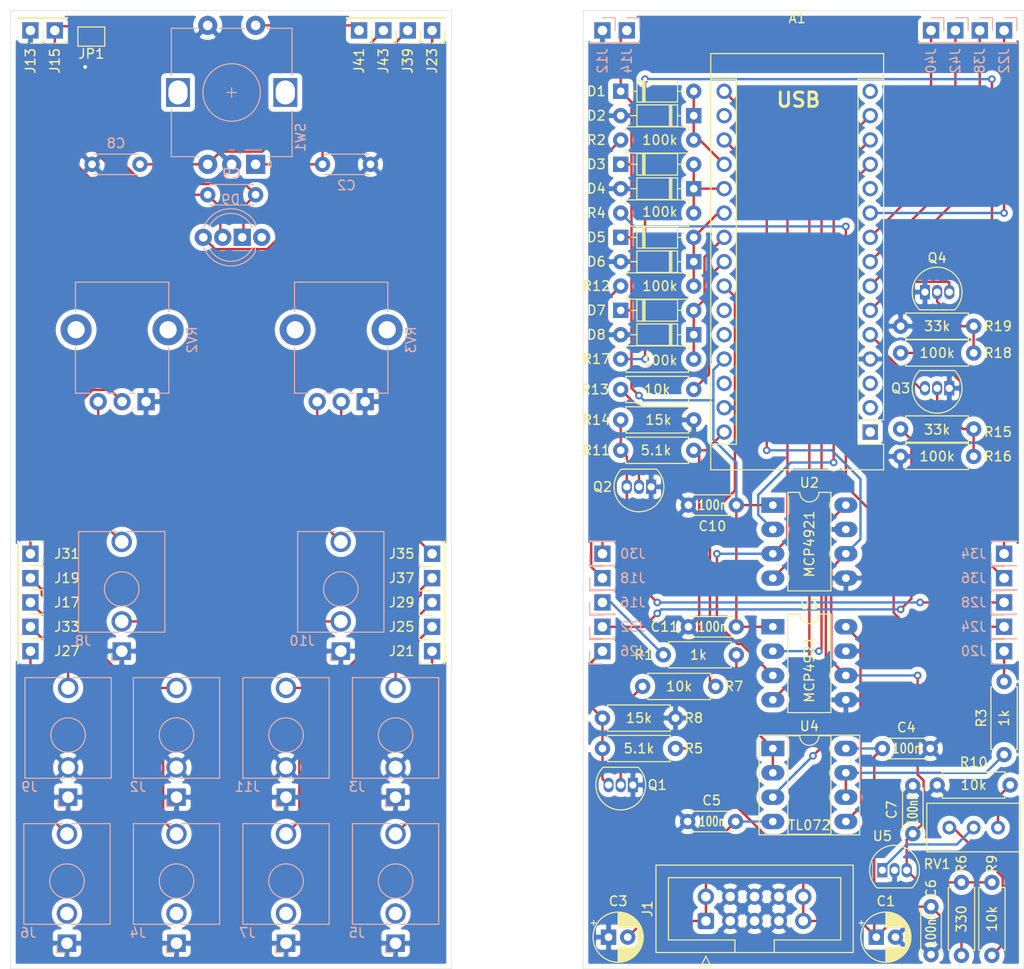
<source format=kicad_pcb>
(kicad_pcb (version 20171130) (host pcbnew "(5.1.9)-1")
  (layers (0 F.Cu signal) (31 B.Cu signal) (34 B.Paste user) (35 F.Paste user) (36 B.SilkS user) (37 F.SilkS user) (38 B.Mask user) (39 F.Mask user) (44 Edge.Cuts user))
  (net 0 "")
  (net 1 SCK)
  (net 2 "Net-(A1-Pad15)")
  (net 3 +12V)
  (net 4 MOSI)
  (net 5 GND)
  (net 6 CS_B)
  (net 7 "Net-(A1-Pad28)")
  (net 8 CS_A)
  (net 9 +5V)
  (net 10 "Net-(A1-Pad11)")
  (net 11 "Net-(A1-Pad26)")
  (net 12 LEDs)
  (net 13 TGR_OUT_B)
  (net 14 ENC_BTN)
  (net 15 TGR_OUT_A)
  (net 16 ENC_B)
  (net 17 ENC_A)
  (net 18 Transpose)
  (net 19 TGR_IN_B)
  (net 20 Portamento)
  (net 21 TGR_IN_A)
  (net 22 CV_B)
  (net 23 CV_A)
  (net 24 "Net-(A1-Pad3)")
  (net 25 VREF)
  (net 26 "Net-(A1-Pad2)")
  (net 27 "Net-(A1-Pad17)")
  (net 28 "Net-(A1-Pad1)")
  (net 29 -12V)
  (net 30 "Net-(D9-Pad4)")
  (net 31 "Net-(J4-PadTN)")
  (net 32 "Net-(J5-PadTN)")
  (net 33 "Net-(J6-PadTN)")
  (net 34 "Net-(J7-PadTN)")
  (net 35 "Net-(J8-PadT)")
  (net 36 "Net-(J10-PadT)")
  (net 37 "Net-(J11-PadT)")
  (net 38 "Net-(Q1-Pad2)")
  (net 39 "Net-(Q2-Pad2)")
  (net 40 "Net-(Q3-Pad2)")
  (net 41 "Net-(Q4-Pad2)")
  (net 42 "Net-(R1-Pad1)")
  (net 43 "Net-(R3-Pad1)")
  (net 44 "Net-(R9-Pad1)")
  (net 45 "Net-(R10-Pad2)")
  (net 46 "Net-(RV1-Pad2)")
  (net 47 "Net-(U2-Pad8)")
  (net 48 "Net-(U3-Pad8)")
  (net 49 "Net-(D9-Pad1)")
  (net 50 "Net-(J19-Pad1)")
  (net 51 GND2)
  (net 52 "Net-(J25-Pad1)")
  (net 53 "Net-(J17-Pad1)")
  (net 54 "Net-(J21-Pad1)")
  (net 55 "Net-(J27-Pad1)")
  (net 56 "Net-(J29-Pad1)")
  (net 57 +5C)
  (net 58 "Net-(J33-Pad1)")
  (net 59 "Net-(J16-Pad1)")
  (net 60 "Net-(J18-Pad1)")
  (net 61 "Net-(J20-Pad1)")
  (net 62 "Net-(J24-Pad1)")
  (net 63 "Net-(J26-Pad1)")
  (net 64 "Net-(J28-Pad1)")
  (net 65 "Net-(J30-Pad1)")
  (net 66 "Net-(J31-Pad1)")
  (net 67 "Net-(J32-Pad1)")
  (net 68 "Net-(J34-Pad1)")
  (net 69 "Net-(J35-Pad1)")
  (net 70 "Net-(J36-Pad1)")
  (net 71 "Net-(C2-Pad1)")
  (net 72 "Net-(C8-Pad1)")
  (net 73 "Net-(J41-Pad1)")
  (net 74 GNDD)
  (net 75 "Net-(A1-Pad25)")
  (module Custom:LED_D5.0mm-WS2811 (layer B.Cu) (at 76.2 73.66 180)
    (fp_text reference D9 (at 3.2385 3.96 180) (layer B.SilkS) (effects (justify mirror)))
    (fp_text value WS2811_5.0mm_LED)
    (pad 4 thru_hole circle (at 0 0 180) (size 1.8 1.8) (drill 0.9) (layers *.Cu *.Mask) (net 30 "Net-(D9-Pad4)"))
    (pad 3 thru_hole circle (at 4.064 0 180) (size 1.8 1.8) (drill 0.9) (layers *.Cu *.Mask) (net 74 GNDD))
    (pad 1 thru_hole circle (at 6.096 0 180) (size 1.8 1.8) (drill 0.9) (layers *.Cu *.Mask) (net 49 "Net-(D9-Pad1)"))
    (pad 2 thru_hole rect (at 2.032 0 180) (size 1.8 1.8) (drill 0.9) (layers *.Cu *.Mask) (net 57 +5C))
  )
  (module Module:Arduino_Nano (layer F.Cu) (at 139.7 93.98 180)
    (fp_text reference A1 (at 7.62 43.18) (layer F.SilkS))
    (fp_text value Arduino_Nano_v3.x)
    (pad 16 thru_hole oval (at 15.24 35.56 180) (size 1.6 1.6) (drill 1) (layers *.Cu *.Mask) (net 1 SCK))
    (pad 15 thru_hole oval (at 0 35.56 180) (size 1.6 1.6) (drill 1) (layers *.Cu *.Mask) (net 2 "Net-(A1-Pad15)"))
    (pad 30 thru_hole oval (at 15.24 0 180) (size 1.6 1.6) (drill 1) (layers *.Cu *.Mask) (net 3 +12V))
    (pad 14 thru_hole oval (at 0 33.02 180) (size 1.6 1.6) (drill 1) (layers *.Cu *.Mask) (net 4 MOSI))
    (pad 29 thru_hole oval (at 15.24 2.54 180) (size 1.6 1.6) (drill 1) (layers *.Cu *.Mask) (net 5 GND))
    (pad 13 thru_hole oval (at 0 30.48 180) (size 1.6 1.6) (drill 1) (layers *.Cu *.Mask) (net 6 CS_B))
    (pad 28 thru_hole oval (at 15.24 5.08 180) (size 1.6 1.6) (drill 1) (layers *.Cu *.Mask) (net 7 "Net-(A1-Pad28)"))
    (pad 12 thru_hole oval (at 0 27.94 180) (size 1.6 1.6) (drill 1) (layers *.Cu *.Mask) (net 8 CS_A))
    (pad 27 thru_hole oval (at 15.24 7.62 180) (size 1.6 1.6) (drill 1) (layers *.Cu *.Mask) (net 9 +5V))
    (pad 11 thru_hole oval (at 0 25.4 180) (size 1.6 1.6) (drill 1) (layers *.Cu *.Mask) (net 10 "Net-(A1-Pad11)"))
    (pad 26 thru_hole oval (at 15.24 10.16 180) (size 1.6 1.6) (drill 1) (layers *.Cu *.Mask) (net 11 "Net-(A1-Pad26)"))
    (pad 10 thru_hole oval (at 0 22.86 180) (size 1.6 1.6) (drill 1) (layers *.Cu *.Mask) (net 12 LEDs))
    (pad 25 thru_hole oval (at 15.24 12.7 180) (size 1.6 1.6) (drill 1) (layers *.Cu *.Mask) (net 75 "Net-(A1-Pad25)"))
    (pad 9 thru_hole oval (at 0 20.32 180) (size 1.6 1.6) (drill 1) (layers *.Cu *.Mask) (net 14 ENC_BTN))
    (pad 24 thru_hole oval (at 15.24 15.24 180) (size 1.6 1.6) (drill 1) (layers *.Cu *.Mask) (net 15 TGR_OUT_A))
    (pad 8 thru_hole oval (at 0 17.78 180) (size 1.6 1.6) (drill 1) (layers *.Cu *.Mask) (net 16 ENC_B))
    (pad 23 thru_hole oval (at 15.24 17.78 180) (size 1.6 1.6) (drill 1) (layers *.Cu *.Mask) (net 13 TGR_OUT_B))
    (pad 7 thru_hole oval (at 0 15.24 180) (size 1.6 1.6) (drill 1) (layers *.Cu *.Mask) (net 17 ENC_A))
    (pad 22 thru_hole oval (at 15.24 20.32 180) (size 1.6 1.6) (drill 1) (layers *.Cu *.Mask) (net 18 Transpose))
    (pad 6 thru_hole oval (at 0 12.7 180) (size 1.6 1.6) (drill 1) (layers *.Cu *.Mask) (net 19 TGR_IN_B))
    (pad 21 thru_hole oval (at 15.24 22.86 180) (size 1.6 1.6) (drill 1) (layers *.Cu *.Mask) (net 20 Portamento))
    (pad 5 thru_hole oval (at 0 10.16 180) (size 1.6 1.6) (drill 1) (layers *.Cu *.Mask) (net 21 TGR_IN_A))
    (pad 20 thru_hole oval (at 15.24 25.4 180) (size 1.6 1.6) (drill 1) (layers *.Cu *.Mask) (net 22 CV_B))
    (pad 4 thru_hole oval (at 0 7.62 180) (size 1.6 1.6) (drill 1) (layers *.Cu *.Mask) (net 5 GND))
    (pad 19 thru_hole oval (at 15.24 27.94 180) (size 1.6 1.6) (drill 1) (layers *.Cu *.Mask) (net 23 CV_A))
    (pad 3 thru_hole oval (at 0 5.08 180) (size 1.6 1.6) (drill 1) (layers *.Cu *.Mask) (net 24 "Net-(A1-Pad3)"))
    (pad 18 thru_hole oval (at 15.24 30.48 180) (size 1.6 1.6) (drill 1) (layers *.Cu *.Mask) (net 25 VREF))
    (pad 2 thru_hole oval (at 0 2.54 180) (size 1.6 1.6) (drill 1) (layers *.Cu *.Mask) (net 26 "Net-(A1-Pad2)"))
    (pad 17 thru_hole oval (at 15.24 33.02 180) (size 1.6 1.6) (drill 1) (layers *.Cu *.Mask) (net 27 "Net-(A1-Pad17)"))
    (pad 1 thru_hole rect (at 0 0 180) (size 1.6 1.6) (drill 1) (layers *.Cu *.Mask) (net 28 "Net-(A1-Pad1)"))
  )
  (module Capacitor_THT:C_Disc_D4.3mm_W1.9mm_P5.00mm (layer F.Cu) (at 125.73 114.3 180)
    (fp_text reference C11 (at 7.493 0) (layer F.SilkS))
    (fp_text value 100n (at 2.5 0) (layer F.SilkS) (effects (font (size 1 0.8))))
    (pad 2 thru_hole circle (at 5 0 180) (size 1.6 1.6) (drill 0.8) (layers *.Cu *.Mask) (net 5 GND))
    (pad 1 thru_hole circle (at 0 0 180) (size 1.6 1.6) (drill 0.8) (layers *.Cu *.Mask) (net 9 +5V))
  )
  (module Capacitor_THT:C_Disc_D4.3mm_W1.9mm_P5.00mm (layer F.Cu) (at 125.73 101.6 180)
    (fp_text reference C10 (at 2.5 -2.2) (layer F.SilkS))
    (fp_text value 100n (at 2.5 0) (layer F.SilkS) (effects (font (size 1 0.8))))
    (pad 2 thru_hole circle (at 5 0 180) (size 1.6 1.6) (drill 0.8) (layers *.Cu *.Mask) (net 5 GND))
    (pad 1 thru_hole circle (at 0 0 180) (size 1.6 1.6) (drill 0.8) (layers *.Cu *.Mask) (net 9 +5V))
  )
  (module Jumper:SolderJumper-2_P1.3mm_Bridged2Bar_Pad1.0x1.5mm (layer F.Cu) (at 58.42 52.705 180)
    (fp_text reference JP1 (at 0 -1.8) (layer F.SilkS))
    (fp_text value Jumper)
    (fp_poly (pts (xy -0.25 -0.6) (xy 0.25 -0.6) (xy 0.25 -0.2) (xy -0.25 -0.2)) (layer F.Cu) (width 0))
    (fp_poly (pts (xy -0.25 0.2) (xy 0.25 0.2) (xy 0.25 0.6) (xy -0.25 0.6)) (layer F.Cu) (width 0))
    (pad 2 smd rect (at 0.65 0 180) (size 1 1.5) (layers F.Cu F.Mask) (net 51 GND2))
    (pad 1 smd rect (at -0.65 0 180) (size 1 1.5) (layers F.Cu F.Mask) (net 74 GNDD))
  )
  (module Capacitor_THT:C_Disc_D4.3mm_W1.9mm_P5.00mm (layer B.Cu) (at 75.565 69.215 180)
    (fp_text reference C9 (at 2.5 2.2) (layer B.SilkS) (effects (justify mirror)))
    (fp_text value 100n)
    (pad 2 thru_hole circle (at 5 0 180) (size 1.6 1.6) (drill 0.8) (layers *.Cu *.Mask) (net 74 GNDD))
    (pad 1 thru_hole circle (at 0 0 180) (size 1.6 1.6) (drill 0.8) (layers *.Cu *.Mask) (net 57 +5C))
  )
  (module Connector_PinHeader_2.54mm:PinHeader_1x01_P2.54mm_Vertical (layer F.Cu) (at 88.9 52.07 180)
    (fp_text reference J43 (at 0 -3.175 90) (layer F.SilkS))
    (fp_text value g)
    (pad 1 thru_hole rect (at 0 0 180) (size 1.7 1.7) (drill 1) (layers *.Cu *.Mask) (net 72 "Net-(C8-Pad1)"))
  )
  (module Connector_PinHeader_2.54mm:PinHeader_1x01_P2.54mm_Vertical (layer B.Cu) (at 148.59 52.07 180)
    (fp_text reference J42 (at 0 -3.175 270) (layer B.SilkS) (effects (justify mirror)))
    (fp_text value g hide)
    (pad 1 thru_hole rect (at 0 0 180) (size 1.7 1.7) (drill 1) (layers *.Cu *.Mask) (net 16 ENC_B))
  )
  (module Connector_PinHeader_2.54mm:PinHeader_1x01_P2.54mm_Vertical (layer F.Cu) (at 86.36 52.07 180)
    (fp_text reference J41 (at 0 -3.175 90) (layer F.SilkS))
    (fp_text value g)
    (pad 1 thru_hole rect (at 0 0 180) (size 1.7 1.7) (drill 1) (layers *.Cu *.Mask) (net 73 "Net-(J41-Pad1)"))
  )
  (module Connector_PinHeader_2.54mm:PinHeader_1x01_P2.54mm_Vertical (layer B.Cu) (at 146.05 52.07 180)
    (fp_text reference J40 (at 0 -3.175 270) (layer B.SilkS) (effects (justify mirror)))
    (fp_text value g hide)
    (pad 1 thru_hole rect (at 0 0 180) (size 1.7 1.7) (drill 1) (layers *.Cu *.Mask) (net 14 ENC_BTN))
  )
  (module Connector_PinHeader_2.54mm:PinHeader_1x01_P2.54mm_Vertical (layer F.Cu) (at 91.44 52.07 180)
    (fp_text reference J39 (at 0 -3.175 90) (layer F.SilkS))
    (fp_text value g)
    (pad 1 thru_hole rect (at 0 0 180) (size 1.7 1.7) (drill 1) (layers *.Cu *.Mask) (net 71 "Net-(C2-Pad1)"))
  )
  (module Connector_PinHeader_2.54mm:PinHeader_1x01_P2.54mm_Vertical (layer B.Cu) (at 151.13 52.07 180)
    (fp_text reference J38 (at 0 -3.175 270) (layer B.SilkS) (effects (justify mirror)))
    (fp_text value g hide)
    (pad 1 thru_hole rect (at 0 0 180) (size 1.7 1.7) (drill 1) (layers *.Cu *.Mask) (net 17 ENC_A))
  )
  (module Connector_PinHeader_2.54mm:PinHeader_1x01_P2.54mm_Vertical (layer F.Cu) (at 93.98 109.22 90)
    (fp_text reference J37 (at 0 -3.175 180) (layer F.SilkS))
    (fp_text value g)
    (pad 1 thru_hole rect (at 0 0 90) (size 1.7 1.7) (drill 1) (layers *.Cu *.Mask) (net 37 "Net-(J11-PadT)"))
  )
  (module Connector_PinHeader_2.54mm:PinHeader_1x01_P2.54mm_Vertical (layer B.Cu) (at 153.67 109.22)
    (fp_text reference J36 (at -3.175 0) (layer B.SilkS) (effects (justify mirror)))
    (fp_text value g)
    (pad 1 thru_hole rect (at 0 0) (size 1.7 1.7) (drill 1) (layers *.Cu *.Mask) (net 70 "Net-(J36-Pad1)"))
  )
  (module Connector_PinHeader_2.54mm:PinHeader_1x01_P2.54mm_Vertical (layer F.Cu) (at 93.98 106.68 90)
    (fp_text reference J35 (at 0 -3.175 180) (layer F.SilkS))
    (fp_text value g)
    (pad 1 thru_hole rect (at 0 0 90) (size 1.7 1.7) (drill 1) (layers *.Cu *.Mask) (net 69 "Net-(J35-Pad1)"))
  )
  (module Connector_PinHeader_2.54mm:PinHeader_1x01_P2.54mm_Vertical (layer B.Cu) (at 153.67 106.68)
    (fp_text reference J34 (at -3.175 0) (layer B.SilkS) (effects (justify mirror)))
    (fp_text value g)
    (pad 1 thru_hole rect (at 0 0) (size 1.7 1.7) (drill 1) (layers *.Cu *.Mask) (net 68 "Net-(J34-Pad1)"))
  )
  (module Connector_PinHeader_2.54mm:PinHeader_1x01_P2.54mm_Vertical (layer F.Cu) (at 52.07 114.3 270)
    (fp_text reference J33 (at 0 -3.81 180) (layer F.SilkS))
    (fp_text value g)
    (pad 1 thru_hole rect (at 0 0 270) (size 1.7 1.7) (drill 1) (layers *.Cu *.Mask) (net 58 "Net-(J33-Pad1)"))
  )
  (module Connector_PinHeader_2.54mm:PinHeader_1x01_P2.54mm_Vertical (layer B.Cu) (at 111.76 114.3)
    (fp_text reference J32 (at 3.175 0) (layer B.SilkS) (effects (justify mirror)))
    (fp_text value g)
    (pad 1 thru_hole rect (at 0 0) (size 1.7 1.7) (drill 1) (layers *.Cu *.Mask) (net 67 "Net-(J32-Pad1)"))
  )
  (module Connector_PinHeader_2.54mm:PinHeader_1x01_P2.54mm_Vertical (layer F.Cu) (at 52.07 106.68 270)
    (fp_text reference J31 (at 0 -3.81 180) (layer F.SilkS))
    (fp_text value g)
    (pad 1 thru_hole rect (at 0 0 270) (size 1.7 1.7) (drill 1) (layers *.Cu *.Mask) (net 66 "Net-(J31-Pad1)"))
  )
  (module Connector_PinHeader_2.54mm:PinHeader_1x01_P2.54mm_Vertical (layer B.Cu) (at 111.76 106.68)
    (fp_text reference J30 (at 3.175 0) (layer B.SilkS) (effects (justify mirror)))
    (fp_text value g)
    (pad 1 thru_hole rect (at 0 0) (size 1.7 1.7) (drill 1) (layers *.Cu *.Mask) (net 65 "Net-(J30-Pad1)"))
  )
  (module Connector_PinHeader_2.54mm:PinHeader_1x01_P2.54mm_Vertical (layer F.Cu) (at 93.98 111.76 90)
    (fp_text reference J29 (at 0 -3.175 180) (layer F.SilkS))
    (fp_text value g)
    (pad 1 thru_hole rect (at 0 0 90) (size 1.7 1.7) (drill 1) (layers *.Cu *.Mask) (net 56 "Net-(J29-Pad1)"))
  )
  (module Connector_PinHeader_2.54mm:PinHeader_1x01_P2.54mm_Vertical (layer B.Cu) (at 153.67 111.76)
    (fp_text reference J28 (at -3.175 0) (layer B.SilkS) (effects (justify mirror)))
    (fp_text value g)
    (pad 1 thru_hole rect (at 0 0) (size 1.7 1.7) (drill 1) (layers *.Cu *.Mask) (net 64 "Net-(J28-Pad1)"))
  )
  (module Connector_PinHeader_2.54mm:PinHeader_1x01_P2.54mm_Vertical (layer F.Cu) (at 52.07 116.84 270)
    (fp_text reference J27 (at 0 -3.81 180) (layer F.SilkS))
    (fp_text value g)
    (pad 1 thru_hole rect (at 0 0 270) (size 1.7 1.7) (drill 1) (layers *.Cu *.Mask) (net 55 "Net-(J27-Pad1)"))
  )
  (module Connector_PinHeader_2.54mm:PinHeader_1x01_P2.54mm_Vertical (layer B.Cu) (at 111.76 116.84)
    (fp_text reference J26 (at 3.175 0) (layer B.SilkS) (effects (justify mirror)))
    (fp_text value g)
    (pad 1 thru_hole rect (at 0 0) (size 1.7 1.7) (drill 1) (layers *.Cu *.Mask) (net 63 "Net-(J26-Pad1)"))
  )
  (module Connector_PinHeader_2.54mm:PinHeader_1x01_P2.54mm_Vertical (layer F.Cu) (at 93.98 114.3 90)
    (fp_text reference J25 (at 0 -3.175 180) (layer F.SilkS))
    (fp_text value g)
    (pad 1 thru_hole rect (at 0 0 90) (size 1.7 1.7) (drill 1) (layers *.Cu *.Mask) (net 52 "Net-(J25-Pad1)"))
  )
  (module Connector_PinHeader_2.54mm:PinHeader_1x01_P2.54mm_Vertical (layer B.Cu) (at 153.67 114.3)
    (fp_text reference J24 (at -3.175 0) (layer B.SilkS) (effects (justify mirror)))
    (fp_text value g)
    (pad 1 thru_hole rect (at 0 0) (size 1.7 1.7) (drill 1) (layers *.Cu *.Mask) (net 62 "Net-(J24-Pad1)"))
  )
  (module Connector_PinHeader_2.54mm:PinHeader_1x01_P2.54mm_Vertical (layer F.Cu) (at 93.98 52.07 180)
    (fp_text reference J23 (at 0 -3.175 90) (layer F.SilkS))
    (fp_text value g)
    (pad 1 thru_hole rect (at 0 0 180) (size 1.7 1.7) (drill 1) (layers *.Cu *.Mask) (net 49 "Net-(D9-Pad1)"))
  )
  (module Connector_PinHeader_2.54mm:PinHeader_1x01_P2.54mm_Vertical (layer B.Cu) (at 153.67 52.07 180)
    (fp_text reference J22 (at 0 -3.175 270) (layer B.SilkS) (effects (justify mirror)))
    (fp_text value g hide)
    (pad 1 thru_hole rect (at 0 0 180) (size 1.7 1.7) (drill 1) (layers *.Cu *.Mask) (net 12 LEDs))
  )
  (module Connector_PinHeader_2.54mm:PinHeader_1x01_P2.54mm_Vertical (layer F.Cu) (at 93.98 116.84 90)
    (fp_text reference J21 (at 0 -3.175 180) (layer F.SilkS))
    (fp_text value g)
    (pad 1 thru_hole rect (at 0 0 90) (size 1.7 1.7) (drill 1) (layers *.Cu *.Mask) (net 54 "Net-(J21-Pad1)"))
  )
  (module Connector_PinHeader_2.54mm:PinHeader_1x01_P2.54mm_Vertical (layer B.Cu) (at 153.67 116.84)
    (fp_text reference J20 (at -3.175 0) (layer B.SilkS) (effects (justify mirror)))
    (fp_text value g)
    (pad 1 thru_hole rect (at 0 0) (size 1.7 1.7) (drill 1) (layers *.Cu *.Mask) (net 61 "Net-(J20-Pad1)"))
  )
  (module Connector_PinHeader_2.54mm:PinHeader_1x01_P2.54mm_Vertical (layer F.Cu) (at 52.07 109.22 270)
    (fp_text reference J19 (at 0 -3.81 180) (layer F.SilkS))
    (fp_text value g)
    (pad 1 thru_hole rect (at 0 0 270) (size 1.7 1.7) (drill 1) (layers *.Cu *.Mask) (net 50 "Net-(J19-Pad1)"))
  )
  (module Connector_PinHeader_2.54mm:PinHeader_1x01_P2.54mm_Vertical (layer B.Cu) (at 111.76 109.22)
    (fp_text reference J18 (at 3.175 0) (layer B.SilkS) (effects (justify mirror)))
    (fp_text value g)
    (pad 1 thru_hole rect (at 0 0) (size 1.7 1.7) (drill 1) (layers *.Cu *.Mask) (net 60 "Net-(J18-Pad1)"))
  )
  (module Connector_PinHeader_2.54mm:PinHeader_1x01_P2.54mm_Vertical (layer F.Cu) (at 52.07 111.76 270)
    (fp_text reference J17 (at 0 -3.81 180) (layer F.SilkS))
    (fp_text value g)
    (pad 1 thru_hole rect (at 0 0 270) (size 1.7 1.7) (drill 1) (layers *.Cu *.Mask) (net 53 "Net-(J17-Pad1)"))
  )
  (module Connector_PinHeader_2.54mm:PinHeader_1x01_P2.54mm_Vertical (layer B.Cu) (at 111.76 111.76)
    (fp_text reference J16 (at 3.175 0) (layer B.SilkS) (effects (justify mirror)))
    (fp_text value g)
    (pad 1 thru_hole rect (at 0 0) (size 1.7 1.7) (drill 1) (layers *.Cu *.Mask) (net 59 "Net-(J16-Pad1)"))
  )
  (module Connector_PinHeader_2.54mm:PinHeader_1x01_P2.54mm_Vertical (layer F.Cu) (at 54.61 52.07 180)
    (fp_text reference J15 (at 0 -3.175 90) (layer F.SilkS))
    (fp_text value g)
    (pad 1 thru_hole rect (at 0 0 180) (size 1.7 1.7) (drill 1) (layers *.Cu *.Mask) (net 57 +5C))
  )
  (module Connector_PinHeader_2.54mm:PinHeader_1x01_P2.54mm_Vertical (layer B.Cu) (at 114.3 52.07 180)
    (fp_text reference J14 (at 0 -3.175 270) (layer B.SilkS) (effects (justify mirror)))
    (fp_text value g hide)
    (pad 1 thru_hole rect (at 0 0 180) (size 1.7 1.7) (drill 1) (layers *.Cu *.Mask) (net 9 +5V))
  )
  (module Connector_PinHeader_2.54mm:PinHeader_1x01_P2.54mm_Vertical (layer F.Cu) (at 52.07 52.07 180)
    (fp_text reference J13 (at 0 -3.175 90) (layer F.SilkS))
    (fp_text value g)
    (pad 1 thru_hole rect (at 0 0 180) (size 1.7 1.7) (drill 1) (layers *.Cu *.Mask) (net 51 GND2))
  )
  (module Connector_PinHeader_2.54mm:PinHeader_1x01_P2.54mm_Vertical (layer B.Cu) (at 111.76 52.07 180)
    (fp_text reference J12 (at 0 -3.175 270) (layer B.SilkS) (effects (justify mirror)))
    (fp_text value g hide)
    (pad 1 thru_hole rect (at 0 0 180) (size 1.7 1.7) (drill 1) (layers *.Cu *.Mask) (net 5 GND))
  )
  (module Package_DIP:DIP-8_W7.62mm_Socket_LongPads (layer F.Cu) (at 129.54 127)
    (fp_text reference U4 (at 3.81 -2.33) (layer F.SilkS))
    (fp_text value TL072 (at 3.81 8.001) (layer F.SilkS))
    (pad 8 thru_hole oval (at 7.62 0) (size 2.4 1.6) (drill 0.8) (layers *.Cu *.Mask) (net 3 +12V))
    (pad 4 thru_hole oval (at 0 7.62) (size 2.4 1.6) (drill 0.8) (layers *.Cu *.Mask) (net 29 -12V))
    (pad 7 thru_hole oval (at 7.62 2.54) (size 2.4 1.6) (drill 0.8) (layers *.Cu *.Mask) (net 43 "Net-(R3-Pad1)"))
    (pad 3 thru_hole oval (at 0 5.08) (size 2.4 1.6) (drill 0.8) (layers *.Cu *.Mask) (net 47 "Net-(U2-Pad8)"))
    (pad 6 thru_hole oval (at 7.62 5.08) (size 2.4 1.6) (drill 0.8) (layers *.Cu *.Mask) (net 43 "Net-(R3-Pad1)"))
    (pad 2 thru_hole oval (at 0 2.54) (size 2.4 1.6) (drill 0.8) (layers *.Cu *.Mask) (net 42 "Net-(R1-Pad1)"))
    (pad 5 thru_hole oval (at 7.62 7.62) (size 2.4 1.6) (drill 0.8) (layers *.Cu *.Mask) (net 48 "Net-(U3-Pad8)"))
    (pad 1 thru_hole rect (at 0 0) (size 2.4 1.6) (drill 0.8) (layers *.Cu *.Mask) (net 42 "Net-(R1-Pad1)"))
  )
  (module Package_TO_SOT_THT:TO-92_Inline (layer F.Cu) (at 140.97 139.7)
    (fp_text reference U5 (at 0 -3.56) (layer F.SilkS))
    (fp_text value TL431LP hide)
    (pad 1 thru_hole rect (at 0 0) (size 1.05 1.5) (drill 0.75) (layers *.Cu *.Mask) (net 46 "Net-(RV1-Pad2)"))
    (pad 3 thru_hole oval (at 2.54 0) (size 1.05 1.5) (drill 0.75) (layers *.Cu *.Mask) (net 25 VREF))
    (pad 2 thru_hole oval (at 1.27 0) (size 1.05 1.5) (drill 0.75) (layers *.Cu *.Mask) (net 5 GND))
  )
  (module Package_DIP:DIP-8_W7.62mm_LongPads (layer F.Cu) (at 129.54 114.3)
    (fp_text reference U3 (at 3.81 -2.33) (layer F.SilkS))
    (fp_text value MCP4921 (at 3.81 4.445 90) (layer F.SilkS))
    (pad 8 thru_hole oval (at 7.62 0) (size 2.4 1.6) (drill 0.8) (layers *.Cu *.Mask) (net 48 "Net-(U3-Pad8)"))
    (pad 4 thru_hole oval (at 0 7.62) (size 2.4 1.6) (drill 0.8) (layers *.Cu *.Mask) (net 4 MOSI))
    (pad 7 thru_hole oval (at 7.62 2.54) (size 2.4 1.6) (drill 0.8) (layers *.Cu *.Mask) (net 5 GND))
    (pad 3 thru_hole oval (at 0 5.08) (size 2.4 1.6) (drill 0.8) (layers *.Cu *.Mask) (net 1 SCK))
    (pad 6 thru_hole oval (at 7.62 5.08) (size 2.4 1.6) (drill 0.8) (layers *.Cu *.Mask) (net 25 VREF))
    (pad 2 thru_hole oval (at 0 2.54) (size 2.4 1.6) (drill 0.8) (layers *.Cu *.Mask) (net 6 CS_B))
    (pad 5 thru_hole oval (at 7.62 7.62) (size 2.4 1.6) (drill 0.8) (layers *.Cu *.Mask) (net 5 GND))
    (pad 1 thru_hole rect (at 0 0) (size 2.4 1.6) (drill 0.8) (layers *.Cu *.Mask) (net 9 +5V))
  )
  (module Package_DIP:DIP-8_W7.62mm_LongPads (layer F.Cu) (at 129.54 101.6)
    (fp_text reference U2 (at 3.81 -2.33) (layer F.SilkS))
    (fp_text value MCP4921 (at 3.81 4.064 90) (layer F.SilkS))
    (pad 8 thru_hole oval (at 7.62 0) (size 2.4 1.6) (drill 0.8) (layers *.Cu *.Mask) (net 47 "Net-(U2-Pad8)"))
    (pad 4 thru_hole oval (at 0 7.62) (size 2.4 1.6) (drill 0.8) (layers *.Cu *.Mask) (net 4 MOSI))
    (pad 7 thru_hole oval (at 7.62 2.54) (size 2.4 1.6) (drill 0.8) (layers *.Cu *.Mask) (net 5 GND))
    (pad 3 thru_hole oval (at 0 5.08) (size 2.4 1.6) (drill 0.8) (layers *.Cu *.Mask) (net 1 SCK))
    (pad 6 thru_hole oval (at 7.62 5.08) (size 2.4 1.6) (drill 0.8) (layers *.Cu *.Mask) (net 25 VREF))
    (pad 2 thru_hole oval (at 0 2.54) (size 2.4 1.6) (drill 0.8) (layers *.Cu *.Mask) (net 8 CS_A))
    (pad 5 thru_hole oval (at 7.62 7.62) (size 2.4 1.6) (drill 0.8) (layers *.Cu *.Mask) (net 5 GND))
    (pad 1 thru_hole rect (at 0 0) (size 2.4 1.6) (drill 0.8) (layers *.Cu *.Mask) (net 9 +5V))
  )
  (module Rotary_Encoder:RotaryEncoder_Alps_EC12E-Switch_Vertical_H20mm (layer B.Cu) (at 75.565 66.04 90)
    (fp_text reference SW1 (at 2.8 4.7 270) (layer B.SilkS) (effects (justify mirror)))
    (fp_text value Rotary_Encoder_Switch)
    (pad A thru_hole rect (at 0 0 90) (size 2 2) (drill 1) (layers *.Cu *.Mask) (net 71 "Net-(C2-Pad1)"))
    (pad C thru_hole circle (at 0 -2.5 90) (size 2 2) (drill 1) (layers *.Cu *.Mask) (net 51 GND2))
    (pad B thru_hole circle (at 0 -5 90) (size 2 2) (drill 1) (layers *.Cu *.Mask) (net 72 "Net-(C8-Pad1)"))
    (pad MP thru_hole rect (at 7.5 3.1 90) (size 3 2.5) (drill oval 2.5 2) (layers *.Cu *.Mask))
    (pad MP thru_hole rect (at 7.5 -8.1 90) (size 3 2.5) (drill oval 2.5 2) (layers *.Cu *.Mask))
    (pad S1 thru_hole circle (at 14.5 0 90) (size 2 2) (drill 1) (layers *.Cu *.Mask) (net 73 "Net-(J41-Pad1)"))
    (pad S2 thru_hole circle (at 14.5 -5 90) (size 2 2) (drill 1) (layers *.Cu *.Mask) (net 51 GND2))
  )
  (module Potentiometer_THT:Potentiometer_Alpha_RD901F-40-00D_Single_Vertical_CircularHoles (layer B.Cu) (at 86.995 90.805 90)
    (fp_text reference RV3 (at 6.45 4.8 90) (layer B.SilkS) (effects (justify mirror)))
    (fp_text value 50k)
    (pad "" thru_hole circle (at 7.5 2.3) (size 3.24 3.24) (drill 1.8) (layers *.Cu *.Mask))
    (pad "" thru_hole circle (at 7.5 -7.3) (size 3.24 3.24) (drill 1.8) (layers *.Cu *.Mask))
    (pad 3 thru_hole circle (at 0 -5) (size 1.8 1.8) (drill 1) (layers *.Cu *.Mask) (net 36 "Net-(J10-PadT)"))
    (pad 2 thru_hole circle (at 0 -2.5) (size 1.8 1.8) (drill 1) (layers *.Cu *.Mask) (net 69 "Net-(J35-Pad1)"))
    (pad 1 thru_hole rect (at 0 0) (size 1.8 1.8) (drill 1) (layers *.Cu *.Mask) (net 51 GND2))
  )
  (module Potentiometer_THT:Potentiometer_Alpha_RD901F-40-00D_Single_Vertical_CircularHoles (layer B.Cu) (at 64.135 90.805 90)
    (fp_text reference RV2 (at 6.45 4.8 -90) (layer B.SilkS) (effects (justify mirror)))
    (fp_text value 50k)
    (pad "" thru_hole circle (at 7.5 2.3) (size 3.24 3.24) (drill 1.8) (layers *.Cu *.Mask))
    (pad "" thru_hole circle (at 7.5 -7.3) (size 3.24 3.24) (drill 1.8) (layers *.Cu *.Mask))
    (pad 3 thru_hole circle (at 0 -5) (size 1.8 1.8) (drill 1) (layers *.Cu *.Mask) (net 35 "Net-(J8-PadT)"))
    (pad 2 thru_hole circle (at 0 -2.5) (size 1.8 1.8) (drill 1) (layers *.Cu *.Mask) (net 66 "Net-(J31-Pad1)"))
    (pad 1 thru_hole rect (at 0 0) (size 1.8 1.8) (drill 1) (layers *.Cu *.Mask) (net 51 GND2))
  )
  (module Potentiometer_THT:Potentiometer_Bourns_3296W_Vertical (layer F.Cu) (at 147.955 135.255 180)
    (fp_text reference RV1 (at 1.27 -3.81 180) (layer F.SilkS))
    (fp_text value "VRef Trim" hide)
    (pad 3 thru_hole circle (at -5.08 0 180) (size 1.44 1.44) (drill 0.8) (layers *.Cu *.Mask) (net 45 "Net-(R10-Pad2)"))
    (pad 2 thru_hole circle (at -2.54 0 180) (size 1.44 1.44) (drill 0.8) (layers *.Cu *.Mask) (net 46 "Net-(RV1-Pad2)"))
    (pad 1 thru_hole circle (at 0 0 180) (size 1.44 1.44) (drill 0.8) (layers *.Cu *.Mask) (net 44 "Net-(R9-Pad1)"))
  )
  (module Resistor_THT:R_Axial_DIN0207_L6.3mm_D2.5mm_P7.62mm_Horizontal (layer F.Cu) (at 150.495 82.931 180)
    (fp_text reference R19 (at -2.54 0) (layer F.SilkS))
    (fp_text value 33k (at 3.81 0) (layer F.SilkS))
    (pad 2 thru_hole oval (at 7.62 0 180) (size 1.6 1.6) (drill 0.8) (layers *.Cu *.Mask) (net 5 GND))
    (pad 1 thru_hole circle (at 0 0 180) (size 1.6 1.6) (drill 0.8) (layers *.Cu *.Mask) (net 41 "Net-(Q4-Pad2)"))
  )
  (module Resistor_THT:R_Axial_DIN0207_L6.3mm_D2.5mm_P7.62mm_Horizontal (layer F.Cu) (at 142.875 85.725)
    (fp_text reference R18 (at 10.16 0) (layer F.SilkS))
    (fp_text value 100k (at 3.81 0) (layer F.SilkS))
    (pad 2 thru_hole oval (at 7.62 0) (size 1.6 1.6) (drill 0.8) (layers *.Cu *.Mask) (net 41 "Net-(Q4-Pad2)"))
    (pad 1 thru_hole circle (at 0 0) (size 1.6 1.6) (drill 0.8) (layers *.Cu *.Mask) (net 70 "Net-(J36-Pad1)"))
  )
  (module Resistor_THT:R_Axial_DIN0207_L6.3mm_D2.5mm_P7.62mm_Horizontal (layer F.Cu) (at 113.665 86.36)
    (fp_text reference R17 (at -2.54 0) (layer F.SilkS))
    (fp_text value 100k (at 4.085 0.14) (layer F.SilkS))
    (pad 2 thru_hole oval (at 7.62 0) (size 1.6 1.6) (drill 0.8) (layers *.Cu *.Mask) (net 18 Transpose))
    (pad 1 thru_hole circle (at 0 0) (size 1.6 1.6) (drill 0.8) (layers *.Cu *.Mask) (net 68 "Net-(J34-Pad1)"))
  )
  (module Resistor_THT:R_Axial_DIN0207_L6.3mm_D2.5mm_P7.62mm_Horizontal (layer F.Cu) (at 150.495 96.52 180)
    (fp_text reference R16 (at -2.54 0) (layer F.SilkS))
    (fp_text value 33k (at 3.81 2.794) (layer F.SilkS))
    (pad 2 thru_hole oval (at 7.62 0 180) (size 1.6 1.6) (drill 0.8) (layers *.Cu *.Mask) (net 5 GND))
    (pad 1 thru_hole circle (at 0 0 180) (size 1.6 1.6) (drill 0.8) (layers *.Cu *.Mask) (net 40 "Net-(Q3-Pad2)"))
  )
  (module Resistor_THT:R_Axial_DIN0207_L6.3mm_D2.5mm_P7.62mm_Horizontal (layer F.Cu) (at 142.875 93.66)
    (fp_text reference R15 (at 10.16 0.32) (layer F.SilkS))
    (fp_text value 100k (at 3.81 2.86) (layer F.SilkS))
    (pad 2 thru_hole oval (at 7.62 0) (size 1.6 1.6) (drill 0.8) (layers *.Cu *.Mask) (net 40 "Net-(Q3-Pad2)"))
    (pad 1 thru_hole circle (at 0 0) (size 1.6 1.6) (drill 0.8) (layers *.Cu *.Mask) (net 67 "Net-(J32-Pad1)"))
  )
  (module Resistor_THT:R_Axial_DIN0207_L6.3mm_D2.5mm_P7.62mm_Horizontal (layer F.Cu) (at 113.665 92.71)
    (fp_text reference R14 (at -2.54 0) (layer F.SilkS))
    (fp_text value 15k (at 3.937 0) (layer F.SilkS))
    (pad 2 thru_hole oval (at 7.62 0) (size 1.6 1.6) (drill 0.8) (layers *.Cu *.Mask) (net 5 GND))
    (pad 1 thru_hole circle (at 0 0) (size 1.6 1.6) (drill 0.8) (layers *.Cu *.Mask) (net 64 "Net-(J28-Pad1)"))
  )
  (module Resistor_THT:R_Axial_DIN0207_L6.3mm_D2.5mm_P7.62mm_Horizontal (layer F.Cu) (at 113.665 89.535)
    (fp_text reference R13 (at -2.667 0) (layer F.SilkS))
    (fp_text value 10k (at 3.81 0) (layer F.SilkS))
    (pad 2 thru_hole oval (at 7.62 0) (size 1.6 1.6) (drill 0.8) (layers *.Cu *.Mask) (net 13 TGR_OUT_B))
    (pad 1 thru_hole circle (at 0 0) (size 1.6 1.6) (drill 0.8) (layers *.Cu *.Mask) (net 39 "Net-(Q2-Pad2)"))
  )
  (module Resistor_THT:R_Axial_DIN0207_L6.3mm_D2.5mm_P7.62mm_Horizontal (layer F.Cu) (at 113.665 78.74)
    (fp_text reference R12 (at -2.54 0) (layer F.SilkS))
    (fp_text value 100k (at 4.085 0.01) (layer F.SilkS))
    (pad 2 thru_hole oval (at 7.62 0) (size 1.6 1.6) (drill 0.8) (layers *.Cu *.Mask) (net 20 Portamento))
    (pad 1 thru_hole circle (at 0 0) (size 1.6 1.6) (drill 0.8) (layers *.Cu *.Mask) (net 65 "Net-(J30-Pad1)"))
  )
  (module Resistor_THT:R_Axial_DIN0207_L6.3mm_D2.5mm_P7.62mm_Horizontal (layer F.Cu) (at 121.285 95.885 180)
    (fp_text reference R11 (at 10.16 0) (layer F.SilkS))
    (fp_text value 5.1k (at 3.937 0) (layer F.SilkS))
    (pad 2 thru_hole oval (at 7.62 0 180) (size 1.6 1.6) (drill 0.8) (layers *.Cu *.Mask) (net 64 "Net-(J28-Pad1)"))
    (pad 1 thru_hole circle (at 0 0 180) (size 1.6 1.6) (drill 0.8) (layers *.Cu *.Mask) (net 3 +12V))
  )
  (module Resistor_THT:R_Axial_DIN0207_L6.3mm_D2.5mm_P7.62mm_Horizontal (layer F.Cu) (at 146.685 130.81)
    (fp_text reference R10 (at 3.81 -2.37) (layer F.SilkS))
    (fp_text value 10k (at 3.81 0) (layer F.SilkS))
    (pad 2 thru_hole oval (at 7.62 0) (size 1.6 1.6) (drill 0.8) (layers *.Cu *.Mask) (net 45 "Net-(R10-Pad2)"))
    (pad 1 thru_hole circle (at 0 0) (size 1.6 1.6) (drill 0.8) (layers *.Cu *.Mask) (net 5 GND))
  )
  (module Resistor_THT:R_Axial_DIN0207_L6.3mm_D2.5mm_P7.62mm_Horizontal (layer F.Cu) (at 152.4 148.59 90)
    (fp_text reference R9 (at 9.525 0 90) (layer F.SilkS))
    (fp_text value 10k (at 3.81 0 90) (layer F.SilkS))
    (pad 2 thru_hole oval (at 7.62 0 90) (size 1.6 1.6) (drill 0.8) (layers *.Cu *.Mask) (net 25 VREF))
    (pad 1 thru_hole circle (at 0 0 90) (size 1.6 1.6) (drill 0.8) (layers *.Cu *.Mask) (net 44 "Net-(R9-Pad1)"))
  )
  (module Resistor_THT:R_Axial_DIN0207_L6.3mm_D2.5mm_P7.62mm_Horizontal (layer F.Cu) (at 111.76 123.825)
    (fp_text reference R8 (at 9.525 0) (layer F.SilkS))
    (fp_text value 15k (at 3.81 0) (layer F.SilkS))
    (pad 2 thru_hole oval (at 7.62 0) (size 1.6 1.6) (drill 0.8) (layers *.Cu *.Mask) (net 5 GND))
    (pad 1 thru_hole circle (at 0 0) (size 1.6 1.6) (drill 0.8) (layers *.Cu *.Mask) (net 63 "Net-(J26-Pad1)"))
  )
  (module Resistor_THT:R_Axial_DIN0207_L6.3mm_D2.5mm_P7.62mm_Horizontal (layer F.Cu) (at 115.951 120.523)
    (fp_text reference R7 (at 9.525 0) (layer F.SilkS))
    (fp_text value 10k (at 3.81 0) (layer F.SilkS))
    (pad 2 thru_hole oval (at 7.62 0) (size 1.6 1.6) (drill 0.8) (layers *.Cu *.Mask) (net 15 TGR_OUT_A))
    (pad 1 thru_hole circle (at 0 0) (size 1.6 1.6) (drill 0.8) (layers *.Cu *.Mask) (net 38 "Net-(Q1-Pad2)"))
  )
  (module Resistor_THT:R_Axial_DIN0207_L6.3mm_D2.5mm_P7.62mm_Horizontal (layer F.Cu) (at 149.225 148.59 90)
    (fp_text reference R6 (at 9.525 0 90) (layer F.SilkS))
    (fp_text value 330 (at 3.81 0 90) (layer F.SilkS))
    (pad 2 thru_hole oval (at 7.62 0 90) (size 1.6 1.6) (drill 0.8) (layers *.Cu *.Mask) (net 25 VREF))
    (pad 1 thru_hole circle (at 0 0 90) (size 1.6 1.6) (drill 0.8) (layers *.Cu *.Mask) (net 3 +12V))
  )
  (module Resistor_THT:R_Axial_DIN0207_L6.3mm_D2.5mm_P7.62mm_Horizontal (layer F.Cu) (at 119.38 127 180)
    (fp_text reference R5 (at -1.905 0) (layer F.SilkS))
    (fp_text value 5.1k (at 3.81 0) (layer F.SilkS))
    (pad 2 thru_hole oval (at 7.62 0 180) (size 1.6 1.6) (drill 0.8) (layers *.Cu *.Mask) (net 63 "Net-(J26-Pad1)"))
    (pad 1 thru_hole circle (at 0 0 180) (size 1.6 1.6) (drill 0.8) (layers *.Cu *.Mask) (net 3 +12V))
  )
  (module Resistor_THT:R_Axial_DIN0207_L6.3mm_D2.5mm_P7.62mm_Horizontal (layer F.Cu) (at 113.665 71.12)
    (fp_text reference R4 (at -2.54 0) (layer F.SilkS))
    (fp_text value 100k (at 4.085 -0.12) (layer F.SilkS))
    (pad 2 thru_hole oval (at 7.62 0) (size 1.6 1.6) (drill 0.8) (layers *.Cu *.Mask) (net 22 CV_B))
    (pad 1 thru_hole circle (at 0 0) (size 1.6 1.6) (drill 0.8) (layers *.Cu *.Mask) (net 62 "Net-(J24-Pad1)"))
  )
  (module Resistor_THT:R_Axial_DIN0207_L6.3mm_D2.5mm_P7.62mm_Horizontal (layer F.Cu) (at 153.67 127.635 90)
    (fp_text reference R3 (at 3.81 -2.37 90) (layer F.SilkS))
    (fp_text value 1k (at 3.81 0 90) (layer F.SilkS))
    (pad 2 thru_hole oval (at 7.62 0 90) (size 1.6 1.6) (drill 0.8) (layers *.Cu *.Mask) (net 61 "Net-(J20-Pad1)"))
    (pad 1 thru_hole circle (at 0 0 90) (size 1.6 1.6) (drill 0.8) (layers *.Cu *.Mask) (net 43 "Net-(R3-Pad1)"))
  )
  (module Resistor_THT:R_Axial_DIN0207_L6.3mm_D2.5mm_P7.62mm_Horizontal (layer F.Cu) (at 113.665 63.5)
    (fp_text reference R2 (at -2.54 0) (layer F.SilkS))
    (fp_text value 100k (at 4.085 0) (layer F.SilkS))
    (pad 2 thru_hole oval (at 7.62 0) (size 1.6 1.6) (drill 0.8) (layers *.Cu *.Mask) (net 23 CV_A))
    (pad 1 thru_hole circle (at 0 0) (size 1.6 1.6) (drill 0.8) (layers *.Cu *.Mask) (net 60 "Net-(J18-Pad1)"))
  )
  (module Resistor_THT:R_Axial_DIN0207_L6.3mm_D2.5mm_P7.62mm_Horizontal (layer F.Cu) (at 125.73 117.221 180)
    (fp_text reference R1 (at 9.652 0) (layer F.SilkS))
    (fp_text value 1k (at 3.965 0) (layer F.SilkS))
    (pad 2 thru_hole oval (at 7.62 0 180) (size 1.6 1.6) (drill 0.8) (layers *.Cu *.Mask) (net 59 "Net-(J16-Pad1)"))
    (pad 1 thru_hole circle (at 0 0 180) (size 1.6 1.6) (drill 0.8) (layers *.Cu *.Mask) (net 42 "Net-(R1-Pad1)"))
  )
  (module Package_TO_SOT_THT:TO-92_Inline (layer F.Cu) (at 145.415 79.375)
    (fp_text reference Q4 (at 1.27 -3.56) (layer F.SilkS))
    (fp_text value 2N3904 hide)
    (pad 1 thru_hole rect (at 0 0) (size 1.05 1.5) (drill 0.75) (layers *.Cu *.Mask) (net 5 GND))
    (pad 3 thru_hole oval (at 2.54 0) (size 1.05 1.5) (drill 0.75) (layers *.Cu *.Mask) (net 19 TGR_IN_B))
    (pad 2 thru_hole oval (at 1.27 0) (size 1.05 1.5) (drill 0.75) (layers *.Cu *.Mask) (net 41 "Net-(Q4-Pad2)"))
  )
  (module Package_TO_SOT_THT:TO-92_Inline (layer F.Cu) (at 147.955 89.408 180)
    (fp_text reference Q3 (at 5.08 0) (layer F.SilkS))
    (fp_text value 2N3904 hide)
    (pad 1 thru_hole rect (at 0 0 180) (size 1.05 1.5) (drill 0.75) (layers *.Cu *.Mask) (net 5 GND))
    (pad 3 thru_hole oval (at 2.54 0 180) (size 1.05 1.5) (drill 0.75) (layers *.Cu *.Mask) (net 21 TGR_IN_A))
    (pad 2 thru_hole oval (at 1.27 0 180) (size 1.05 1.5) (drill 0.75) (layers *.Cu *.Mask) (net 40 "Net-(Q3-Pad2)"))
  )
  (module Package_TO_SOT_THT:TO-92_Inline (layer F.Cu) (at 116.84 99.695 180)
    (fp_text reference Q2 (at 5.08 0) (layer F.SilkS))
    (fp_text value 2N3904 hide)
    (pad 1 thru_hole rect (at 0 0 180) (size 1.05 1.5) (drill 0.75) (layers *.Cu *.Mask) (net 5 GND))
    (pad 3 thru_hole oval (at 2.54 0 180) (size 1.05 1.5) (drill 0.75) (layers *.Cu *.Mask) (net 64 "Net-(J28-Pad1)"))
    (pad 2 thru_hole oval (at 1.27 0 180) (size 1.05 1.5) (drill 0.75) (layers *.Cu *.Mask) (net 39 "Net-(Q2-Pad2)"))
  )
  (module Package_TO_SOT_THT:TO-92_Inline (layer F.Cu) (at 114.935 130.81 180)
    (fp_text reference Q1 (at -2.54 0) (layer F.SilkS))
    (fp_text value 2N3904 hide)
    (pad 1 thru_hole rect (at 0 0 180) (size 1.05 1.5) (drill 0.75) (layers *.Cu *.Mask) (net 5 GND))
    (pad 3 thru_hole oval (at 2.54 0 180) (size 1.05 1.5) (drill 0.75) (layers *.Cu *.Mask) (net 63 "Net-(J26-Pad1)"))
    (pad 2 thru_hole oval (at 1.27 0 180) (size 1.05 1.5) (drill 0.75) (layers *.Cu *.Mask) (net 38 "Net-(Q1-Pad2)"))
  )
  (module Connector_Audio:Jack_3.5mm_QingPu_WQP-PJ398SM_Vertical_CircularHoles (layer B.Cu) (at 78.74 132.08)
    (fp_text reference J11 (at -4.03 -1.08) (layer B.SilkS) (effects (justify mirror)))
    (fp_text value "TRIGGER IN B")
    (pad T thru_hole circle (at 0 -11.4 180) (size 2.13 2.13) (drill 1.43) (layers *.Cu *.Mask) (net 37 "Net-(J11-PadT)"))
    (pad S thru_hole rect (at 0 0 180) (size 1.93 1.83) (drill 1.22) (layers *.Cu *.Mask) (net 51 GND2))
    (pad TN thru_hole circle (at 0 -3.1 180) (size 2.13 2.13) (drill 1.42) (layers *.Cu *.Mask) (net 51 GND2))
  )
  (module Connector_Audio:Jack_3.5mm_QingPu_WQP-PJ398SM_Vertical_CircularHoles (layer B.Cu) (at 84.455 116.84)
    (fp_text reference J10 (at -4.03 -1.08 -180) (layer B.SilkS) (effects (justify mirror)))
    (fp_text value Transpose)
    (pad T thru_hole circle (at 0 -11.4 180) (size 2.13 2.13) (drill 1.43) (layers *.Cu *.Mask) (net 36 "Net-(J10-PadT)"))
    (pad S thru_hole rect (at 0 0 180) (size 1.93 1.83) (drill 1.22) (layers *.Cu *.Mask) (net 51 GND2))
    (pad TN thru_hole circle (at 0 -3.1 180) (size 2.13 2.13) (drill 1.42) (layers *.Cu *.Mask) (net 57 +5C))
  )
  (module Connector_Audio:Jack_3.5mm_QingPu_WQP-PJ398SM_Vertical_CircularHoles (layer B.Cu) (at 56 132.08)
    (fp_text reference J9 (at -4.03 -1.08) (layer B.SilkS) (effects (justify mirror)))
    (fp_text value "TRIGGER IN A")
    (pad T thru_hole circle (at 0 -11.4 180) (size 2.13 2.13) (drill 1.43) (layers *.Cu *.Mask) (net 58 "Net-(J33-Pad1)"))
    (pad S thru_hole rect (at 0 0 180) (size 1.93 1.83) (drill 1.22) (layers *.Cu *.Mask) (net 51 GND2))
    (pad TN thru_hole circle (at 0 -3.1 180) (size 2.13 2.13) (drill 1.42) (layers *.Cu *.Mask) (net 51 GND2))
  )
  (module Connector_Audio:Jack_3.5mm_QingPu_WQP-PJ398SM_Vertical_CircularHoles (layer B.Cu) (at 61.595 116.84)
    (fp_text reference J8 (at -4.03 -1.08 -180) (layer B.SilkS) (effects (justify mirror)))
    (fp_text value Portamento)
    (pad T thru_hole circle (at 0 -11.4 180) (size 2.13 2.13) (drill 1.43) (layers *.Cu *.Mask) (net 35 "Net-(J8-PadT)"))
    (pad S thru_hole rect (at 0 0 180) (size 1.93 1.83) (drill 1.22) (layers *.Cu *.Mask) (net 51 GND2))
    (pad TN thru_hole circle (at 0 -3.1 180) (size 2.13 2.13) (drill 1.42) (layers *.Cu *.Mask) (net 57 +5C))
  )
  (module Connector_Audio:Jack_3.5mm_QingPu_WQP-PJ398SM_Vertical_CircularHoles (layer B.Cu) (at 78.74 147.32)
    (fp_text reference J7 (at -4.03 -1.08) (layer B.SilkS) (effects (justify mirror)))
    (fp_text value "TRIGGER OUT B")
    (pad T thru_hole circle (at 0 -11.4 180) (size 2.13 2.13) (drill 1.43) (layers *.Cu *.Mask) (net 56 "Net-(J29-Pad1)"))
    (pad S thru_hole rect (at 0 0 180) (size 1.93 1.83) (drill 1.22) (layers *.Cu *.Mask) (net 51 GND2))
    (pad TN thru_hole circle (at 0 -3.1 180) (size 2.13 2.13) (drill 1.42) (layers *.Cu *.Mask) (net 34 "Net-(J7-PadTN)"))
  )
  (module Connector_Audio:Jack_3.5mm_QingPu_WQP-PJ398SM_Vertical_CircularHoles (layer B.Cu) (at 55.88 147.32)
    (fp_text reference J6 (at -4.03 -1.08) (layer B.SilkS) (effects (justify mirror)))
    (fp_text value "TRIGGER OUT A")
    (pad T thru_hole circle (at 0 -11.4 180) (size 2.13 2.13) (drill 1.43) (layers *.Cu *.Mask) (net 55 "Net-(J27-Pad1)"))
    (pad S thru_hole rect (at 0 0 180) (size 1.93 1.83) (drill 1.22) (layers *.Cu *.Mask) (net 51 GND2))
    (pad TN thru_hole circle (at 0 -3.1 180) (size 2.13 2.13) (drill 1.42) (layers *.Cu *.Mask) (net 33 "Net-(J6-PadTN)"))
  )
  (module Connector_Audio:Jack_3.5mm_QingPu_WQP-PJ398SM_Vertical_CircularHoles (layer B.Cu) (at 90.17 147.32)
    (fp_text reference J5 (at -4.03 -1.08) (layer B.SilkS) (effects (justify mirror)))
    (fp_text value "CV OUT B")
    (pad T thru_hole circle (at 0 -11.4 180) (size 2.13 2.13) (drill 1.43) (layers *.Cu *.Mask) (net 54 "Net-(J21-Pad1)"))
    (pad S thru_hole rect (at 0 0 180) (size 1.93 1.83) (drill 1.22) (layers *.Cu *.Mask) (net 51 GND2))
    (pad TN thru_hole circle (at 0 -3.1 180) (size 2.13 2.13) (drill 1.42) (layers *.Cu *.Mask) (net 32 "Net-(J5-PadTN)"))
  )
  (module Connector_Audio:Jack_3.5mm_QingPu_WQP-PJ398SM_Vertical_CircularHoles (layer B.Cu) (at 67.31 147.32)
    (fp_text reference J4 (at -4.03 -1.08) (layer B.SilkS) (effects (justify mirror)))
    (fp_text value "CV OUT A")
    (pad T thru_hole circle (at 0 -11.4 180) (size 2.13 2.13) (drill 1.43) (layers *.Cu *.Mask) (net 53 "Net-(J17-Pad1)"))
    (pad S thru_hole rect (at 0 0 180) (size 1.93 1.83) (drill 1.22) (layers *.Cu *.Mask) (net 51 GND2))
    (pad TN thru_hole circle (at 0 -3.1 180) (size 2.13 2.13) (drill 1.42) (layers *.Cu *.Mask) (net 31 "Net-(J4-PadTN)"))
  )
  (module Connector_Audio:Jack_3.5mm_QingPu_WQP-PJ398SM_Vertical_CircularHoles (layer B.Cu) (at 90.17 132.08)
    (fp_text reference J3 (at -4.03 -1.08) (layer B.SilkS) (effects (justify mirror)))
    (fp_text value "CV IN B")
    (pad T thru_hole circle (at 0 -11.4 180) (size 2.13 2.13) (drill 1.43) (layers *.Cu *.Mask) (net 52 "Net-(J25-Pad1)"))
    (pad S thru_hole rect (at 0 0 180) (size 1.93 1.83) (drill 1.22) (layers *.Cu *.Mask) (net 51 GND2))
    (pad TN thru_hole circle (at 0 -3.1 180) (size 2.13 2.13) (drill 1.42) (layers *.Cu *.Mask) (net 51 GND2))
  )
  (module Connector_Audio:Jack_3.5mm_QingPu_WQP-PJ398SM_Vertical_CircularHoles (layer B.Cu) (at 67.31 132.08)
    (fp_text reference J2 (at -4.03 -1.08) (layer B.SilkS) (effects (justify mirror)))
    (fp_text value "CV IN A")
    (pad T thru_hole circle (at 0 -11.4 180) (size 2.13 2.13) (drill 1.43) (layers *.Cu *.Mask) (net 50 "Net-(J19-Pad1)"))
    (pad S thru_hole rect (at 0 0 180) (size 1.93 1.83) (drill 1.22) (layers *.Cu *.Mask) (net 51 GND2))
    (pad TN thru_hole circle (at 0 -3.1 180) (size 2.13 2.13) (drill 1.42) (layers *.Cu *.Mask) (net 51 GND2))
  )
  (module Connector_IDC:IDC-Header_2x05_P2.54mm_Vertical (layer F.Cu) (at 122.555 145 90)
    (fp_text reference J1 (at 1.27 -6.1 90) (layer F.SilkS))
    (fp_text value Power hide)
    (pad 10 thru_hole circle (at 2.54 10.16 90) (size 1.7 1.7) (drill 1) (layers *.Cu *.Mask) (net 3 +12V))
    (pad 8 thru_hole circle (at 2.54 7.62 90) (size 1.7 1.7) (drill 1) (layers *.Cu *.Mask) (net 5 GND))
    (pad 6 thru_hole circle (at 2.54 5.08 90) (size 1.7 1.7) (drill 1) (layers *.Cu *.Mask) (net 5 GND))
    (pad 4 thru_hole circle (at 2.54 2.54 90) (size 1.7 1.7) (drill 1) (layers *.Cu *.Mask) (net 5 GND))
    (pad 2 thru_hole circle (at 2.54 0 90) (size 1.7 1.7) (drill 1) (layers *.Cu *.Mask) (net 29 -12V))
    (pad 9 thru_hole circle (at 0 10.16 90) (size 1.7 1.7) (drill 1) (layers *.Cu *.Mask) (net 3 +12V))
    (pad 7 thru_hole circle (at 0 7.62 90) (size 1.7 1.7) (drill 1) (layers *.Cu *.Mask) (net 5 GND))
    (pad 5 thru_hole circle (at 0 5.08 90) (size 1.7 1.7) (drill 1) (layers *.Cu *.Mask) (net 5 GND))
    (pad 3 thru_hole circle (at 0 2.54 90) (size 1.7 1.7) (drill 1) (layers *.Cu *.Mask) (net 5 GND))
    (pad 1 thru_hole roundrect (at 0 0 90) (size 1.7 1.7) (drill 1) (layers *.Cu *.Mask) (roundrect_rratio 0.147059) (net 29 -12V))
  )
  (module Diode_THT:D_DO-35_SOD27_P7.62mm_Horizontal (layer F.Cu) (at 121.285 83.82 180)
    (fp_text reference D8 (at 10.16 0) (layer F.SilkS))
    (fp_text value 1N5711 hide)
    (pad 2 thru_hole oval (at 7.62 0 180) (size 1.6 1.6) (drill 0.8) (layers *.Cu *.Mask) (net 5 GND))
    (pad 1 thru_hole rect (at 0 0 180) (size 1.6 1.6) (drill 0.8) (layers *.Cu *.Mask) (net 18 Transpose))
  )
  (module Diode_THT:D_DO-35_SOD27_P7.62mm_Horizontal (layer F.Cu) (at 113.665 81.28)
    (fp_text reference D7 (at -2.54 0) (layer F.SilkS))
    (fp_text value 1N5711 hide)
    (pad 2 thru_hole oval (at 7.62 0) (size 1.6 1.6) (drill 0.8) (layers *.Cu *.Mask) (net 18 Transpose))
    (pad 1 thru_hole rect (at 0 0) (size 1.6 1.6) (drill 0.8) (layers *.Cu *.Mask) (net 9 +5V))
  )
  (module Diode_THT:D_DO-35_SOD27_P7.62mm_Horizontal (layer F.Cu) (at 121.285 76.2 180)
    (fp_text reference D6 (at 10.16 0) (layer F.SilkS))
    (fp_text value 1N5711 hide)
    (pad 2 thru_hole oval (at 7.62 0 180) (size 1.6 1.6) (drill 0.8) (layers *.Cu *.Mask) (net 5 GND))
    (pad 1 thru_hole rect (at 0 0 180) (size 1.6 1.6) (drill 0.8) (layers *.Cu *.Mask) (net 20 Portamento))
  )
  (module Diode_THT:D_DO-35_SOD27_P7.62mm_Horizontal (layer F.Cu) (at 113.665 73.66)
    (fp_text reference D5 (at -2.54 0) (layer F.SilkS))
    (fp_text value 1N5711 hide)
    (pad 2 thru_hole oval (at 7.62 0) (size 1.6 1.6) (drill 0.8) (layers *.Cu *.Mask) (net 20 Portamento))
    (pad 1 thru_hole rect (at 0 0) (size 1.6 1.6) (drill 0.8) (layers *.Cu *.Mask) (net 9 +5V))
  )
  (module Diode_THT:D_DO-35_SOD27_P7.62mm_Horizontal (layer F.Cu) (at 121.285 68.58 180)
    (fp_text reference D4 (at 10.16 0) (layer F.SilkS))
    (fp_text value 1N5711 hide)
    (pad 2 thru_hole oval (at 7.62 0 180) (size 1.6 1.6) (drill 0.8) (layers *.Cu *.Mask) (net 5 GND))
    (pad 1 thru_hole rect (at 0 0 180) (size 1.6 1.6) (drill 0.8) (layers *.Cu *.Mask) (net 22 CV_B))
  )
  (module Diode_THT:D_DO-35_SOD27_P7.62mm_Horizontal (layer F.Cu) (at 113.665 66.04)
    (fp_text reference D3 (at -2.54 0) (layer F.SilkS))
    (fp_text value 1N5711 hide)
    (pad 2 thru_hole oval (at 7.62 0) (size 1.6 1.6) (drill 0.8) (layers *.Cu *.Mask) (net 22 CV_B))
    (pad 1 thru_hole rect (at 0 0) (size 1.6 1.6) (drill 0.8) (layers *.Cu *.Mask) (net 9 +5V))
  )
  (module Diode_THT:D_DO-35_SOD27_P7.62mm_Horizontal (layer F.Cu) (at 121.285 60.96 180)
    (fp_text reference D2 (at 10.16 0) (layer F.SilkS))
    (fp_text value 1N5711 hide)
    (pad 2 thru_hole oval (at 7.62 0 180) (size 1.6 1.6) (drill 0.8) (layers *.Cu *.Mask) (net 5 GND))
    (pad 1 thru_hole rect (at 0 0 180) (size 1.6 1.6) (drill 0.8) (layers *.Cu *.Mask) (net 23 CV_A))
  )
  (module Diode_THT:D_DO-35_SOD27_P7.62mm_Horizontal (layer F.Cu) (at 113.665 58.42)
    (fp_text reference D1 (at -2.54 0) (layer F.SilkS))
    (fp_text value 1N5711 hide)
    (pad 2 thru_hole oval (at 7.62 0) (size 1.6 1.6) (drill 0.8) (layers *.Cu *.Mask) (net 23 CV_A))
    (pad 1 thru_hole rect (at 0 0) (size 1.6 1.6) (drill 0.8) (layers *.Cu *.Mask) (net 9 +5V))
  )
  (module Capacitor_THT:C_Disc_D4.3mm_W1.9mm_P5.00mm (layer B.Cu) (at 63.5 66.04 180)
    (fp_text reference C8 (at 2.5 2.2) (layer B.SilkS) (effects (justify mirror)))
    (fp_text value 10n)
    (pad 2 thru_hole circle (at 5 0 180) (size 1.6 1.6) (drill 0.8) (layers *.Cu *.Mask) (net 51 GND2))
    (pad 1 thru_hole circle (at 0 0 180) (size 1.6 1.6) (drill 0.8) (layers *.Cu *.Mask) (net 72 "Net-(C8-Pad1)"))
  )
  (module Capacitor_THT:C_Disc_D4.3mm_W1.9mm_P5.00mm (layer F.Cu) (at 144.145 135.89 90)
    (fp_text reference C7 (at 2.5 -2.2 90) (layer F.SilkS))
    (fp_text value 100nF (at 2.5 0 90) (layer F.SilkS) (effects (font (size 1 0.7))))
    (pad 2 thru_hole circle (at 5 0 90) (size 1.6 1.6) (drill 0.8) (layers *.Cu *.Mask) (net 5 GND))
    (pad 1 thru_hole circle (at 0 0 90) (size 1.6 1.6) (drill 0.8) (layers *.Cu *.Mask) (net 25 VREF))
  )
  (module Capacitor_THT:C_Disc_D4.3mm_W1.9mm_P5.00mm (layer F.Cu) (at 146.05 143.51 270)
    (fp_text reference C6 (at -1.905 0 90) (layer F.SilkS))
    (fp_text value 100nF (at 2.413 0 90) (layer F.SilkS) (effects (font (size 1 0.8))))
    (pad 2 thru_hole circle (at 5 0 270) (size 1.6 1.6) (drill 0.8) (layers *.Cu *.Mask) (net 5 GND))
    (pad 1 thru_hole circle (at 0 0 270) (size 1.6 1.6) (drill 0.8) (layers *.Cu *.Mask) (net 3 +12V))
  )
  (module Capacitor_THT:C_Disc_D4.3mm_W1.9mm_P5.00mm (layer F.Cu) (at 120.65 134.62)
    (fp_text reference C5 (at 2.5 -2.2) (layer F.SilkS))
    (fp_text value 100n (at 2.54 0) (layer F.SilkS) (effects (font (size 1 0.7))))
    (pad 2 thru_hole circle (at 5 0) (size 1.6 1.6) (drill 0.8) (layers *.Cu *.Mask) (net 29 -12V))
    (pad 1 thru_hole circle (at 0 0) (size 1.6 1.6) (drill 0.8) (layers *.Cu *.Mask) (net 5 GND))
  )
  (module Capacitor_THT:C_Disc_D4.3mm_W1.9mm_P5.00mm (layer F.Cu) (at 140.97 127)
    (fp_text reference C4 (at 2.5 -2.2) (layer F.SilkS))
    (fp_text value 100n (at 2.54 0) (layer F.SilkS) (effects (font (size 1 0.8))))
    (pad 2 thru_hole circle (at 5 0) (size 1.6 1.6) (drill 0.8) (layers *.Cu *.Mask) (net 5 GND))
    (pad 1 thru_hole circle (at 0 0) (size 1.6 1.6) (drill 0.8) (layers *.Cu *.Mask) (net 3 +12V))
  )
  (module Capacitor_THT:CP_Radial_D5.0mm_P2.00mm (layer F.Cu) (at 112.395 146.685)
    (fp_text reference C3 (at 1 -3.75) (layer F.SilkS))
    (fp_text value 10uF hide)
    (pad 2 thru_hole circle (at 2 0) (size 1.6 1.6) (drill 0.8) (layers *.Cu *.Mask) (net 29 -12V))
    (pad 1 thru_hole rect (at 0 0) (size 1.6 1.6) (drill 0.8) (layers *.Cu *.Mask) (net 5 GND))
  )
  (module Capacitor_THT:C_Disc_D4.3mm_W1.9mm_P5.00mm (layer B.Cu) (at 82.55 66.04)
    (fp_text reference C2 (at 2.5 2.2) (layer B.SilkS) (effects (justify mirror)))
    (fp_text value 10n)
    (pad 2 thru_hole circle (at 5 0) (size 1.6 1.6) (drill 0.8) (layers *.Cu *.Mask) (net 51 GND2))
    (pad 1 thru_hole circle (at 0 0) (size 1.6 1.6) (drill 0.8) (layers *.Cu *.Mask) (net 71 "Net-(C2-Pad1)"))
  )
  (module Capacitor_THT:CP_Radial_D5.0mm_P2.00mm (layer F.Cu) (at 140.335 146.685)
    (fp_text reference C1 (at 1 -3.75) (layer F.SilkS))
    (fp_text value 10uF hide)
    (pad 2 thru_hole circle (at 2 0) (size 1.6 1.6) (drill 0.8) (layers *.Cu *.Mask) (net 5 GND))
    (pad 1 thru_hole rect (at 0 0) (size 1.6 1.6) (drill 0.8) (layers *.Cu *.Mask) (net 3 +12V))
  )
  (gr_text USB (at 132.207 59.309) (layer F.SilkS) (effects (font (size 1.5 1.5) (thickness 0.3))))
  (gr_line (start 109.746 50) (end 109.746 150) (layer Edge.Cuts) (width 0.05))
  (gr_line (start 155.746 50) (end 109.746 50) (layer Edge.Cuts) (width 0.05))
  (gr_line (start 155.746 150) (end 155.746 50) (layer Edge.Cuts) (width 0.05))
  (gr_line (start 109.746 150) (end 155.746 150) (layer Edge.Cuts) (width 0.05))
  (gr_line (start 96 50) (end 50 50) (layer Edge.Cuts) (width 0.05))
  (gr_line (start 96 150) (end 96 50) (layer Edge.Cuts) (width 0.05))
  (gr_line (start 50 150) (end 96 150) (layer Edge.Cuts) (width 0.05))
  (gr_line (start 50 50) (end 50 150) (layer Edge.Cuts) (width 0.05))
  (segment (start 124.46 58.42) (end 131.06501 65.02501) (width 0.25) (layer F.Cu) (net 1))
  (segment (start 131.065001 65.025019) (end 131.06501 65.02501) (width 0.25) (layer F.Cu) (net 1))
  (segment (start 131.065001 105.154999) (end 131.065001 65.025019) (width 0.25) (layer F.Cu) (net 1))
  (segment (start 129.54 106.68) (end 131.065001 105.154999) (width 0.25) (layer F.Cu) (net 1))
  (segment (start 129.54 106.68) (end 123.698 106.68) (width 0.25) (layer B.Cu) (net 1))
  (via (at 123.698 106.68) (size 0.8) (drill 0.4) (layers F.Cu B.Cu) (net 1))
  (segment (start 129.144998 119.38) (end 129.54 119.38) (width 0.25) (layer F.Cu) (net 1))
  (segment (start 123.698 113.933002) (end 123.698 113.665) (width 0.25) (layer F.Cu) (net 1))
  (segment (start 126.255999 116.095999) (end 125.860997 116.095999) (width 0.25) (layer F.Cu) (net 1))
  (segment (start 129.54 119.38) (end 126.255999 116.095999) (width 0.25) (layer F.Cu) (net 1))
  (segment (start 125.860997 116.095999) (end 123.698 113.933002) (width 0.25) (layer F.Cu) (net 1))
  (segment (start 123.698 106.68) (end 123.698 113.665) (width 0.25) (layer F.Cu) (net 1))
  (segment (start 122.555 95.885) (end 124.46 93.98) (width 0.25) (layer F.Cu) (net 3))
  (segment (start 121.285 95.885) (end 122.555 95.885) (width 0.25) (layer F.Cu) (net 3))
  (segment (start 132.715 145) (end 132.715 142.46) (width 0.25) (layer F.Cu) (net 3))
  (segment (start 138.65 145) (end 140.335 146.685) (width 0.25) (layer F.Cu) (net 3))
  (segment (start 132.715 145) (end 138.65 145) (width 0.25) (layer F.Cu) (net 3))
  (segment (start 149.225 146.685) (end 146.05 143.51) (width 0.25) (layer F.Cu) (net 3))
  (segment (start 149.225 148.59) (end 149.225 146.685) (width 0.25) (layer F.Cu) (net 3))
  (segment (start 143.51 143.51) (end 146.05 143.51) (width 0.25) (layer F.Cu) (net 3))
  (segment (start 140.335 146.685) (end 143.51 143.51) (width 0.25) (layer F.Cu) (net 3))
  (segment (start 137.16 127) (end 140.97 127) (width 0.25) (layer B.Cu) (net 3))
  (segment (start 132.715 140.019998) (end 132.715 142.46) (width 0.25) (layer F.Cu) (net 3))
  (segment (start 121.855001 129.159999) (end 132.715 140.019998) (width 0.25) (layer F.Cu) (net 3))
  (segment (start 121.285 95.885) (end 121.855001 96.455001) (width 0.25) (layer F.Cu) (net 3))
  (segment (start 121.790002 127) (end 121.855001 127.064999) (width 0.25) (layer F.Cu) (net 3))
  (segment (start 119.38 127) (end 121.790002 127) (width 0.25) (layer F.Cu) (net 3))
  (segment (start 121.855001 127.064999) (end 121.855001 129.159999) (width 0.25) (layer F.Cu) (net 3))
  (segment (start 121.855001 96.455001) (end 121.855001 127.064999) (width 0.25) (layer F.Cu) (net 3))
  (segment (start 140.119999 146.469999) (end 140.335 146.685) (width 0.25) (layer F.Cu) (net 3))
  (segment (start 140.119999 127.850001) (end 140.119999 146.469999) (width 0.25) (layer F.Cu) (net 3))
  (segment (start 140.97 127) (end 140.119999 127.850001) (width 0.25) (layer F.Cu) (net 3))
  (segment (start 139.7 60.96) (end 133.35 67.31) (width 0.25) (layer F.Cu) (net 4))
  (segment (start 133.35 105.41) (end 129.54 109.22) (width 0.25) (layer F.Cu) (net 4))
  (segment (start 133.35 118.11) (end 133.35 104.902) (width 0.25) (layer F.Cu) (net 4))
  (segment (start 133.35 104.902) (end 133.35 105.41) (width 0.25) (layer F.Cu) (net 4))
  (segment (start 129.54 121.92) (end 133.35 118.11) (width 0.25) (layer F.Cu) (net 4))
  (segment (start 133.35 67.31) (end 133.35 104.902) (width 0.25) (layer F.Cu) (net 4))
  (via (at 134.34501 116.84) (size 0.8) (drill 0.4) (layers F.Cu B.Cu) (net 6))
  (segment (start 129.54 116.84) (end 134.34501 116.84) (width 0.25) (layer B.Cu) (net 6))
  (segment (start 134.62 116.56501) (end 134.34501 116.84) (width 0.25) (layer F.Cu) (net 6))
  (segment (start 134.62 68.58) (end 134.62 116.56501) (width 0.25) (layer F.Cu) (net 6))
  (segment (start 139.7 63.5) (end 134.62 68.58) (width 0.25) (layer F.Cu) (net 6))
  (segment (start 135.89 69.85) (end 135.89 97.155) (width 0.25) (layer F.Cu) (net 8))
  (segment (start 139.7 66.04) (end 135.89 69.85) (width 0.25) (layer F.Cu) (net 8))
  (via (at 135.89 97.155) (size 0.8) (drill 0.4) (layers F.Cu B.Cu) (net 8))
  (segment (start 128.014999 102.614999) (end 129.54 104.14) (width 0.25) (layer B.Cu) (net 8))
  (segment (start 131.399998 97.155) (end 128.014999 100.539999) (width 0.25) (layer B.Cu) (net 8))
  (segment (start 128.014999 100.539999) (end 128.014999 102.614999) (width 0.25) (layer B.Cu) (net 8))
  (segment (start 135.89 97.155) (end 131.399998 97.155) (width 0.25) (layer B.Cu) (net 8))
  (segment (start 114.790001 59.545001) (end 113.665 58.42) (width 0.25) (layer F.Cu) (net 9))
  (segment (start 114.645002 66.04) (end 114.790001 66.184999) (width 0.25) (layer F.Cu) (net 9))
  (segment (start 113.665 66.04) (end 114.645002 66.04) (width 0.25) (layer F.Cu) (net 9))
  (segment (start 114.790001 66.184999) (end 114.790001 59.545001) (width 0.25) (layer F.Cu) (net 9))
  (segment (start 114.645002 73.66) (end 114.790001 73.804999) (width 0.25) (layer F.Cu) (net 9))
  (segment (start 113.665 73.66) (end 114.645002 73.66) (width 0.25) (layer F.Cu) (net 9))
  (segment (start 114.790001 73.804999) (end 114.790001 66.184999) (width 0.25) (layer F.Cu) (net 9))
  (segment (start 113.665 52.705) (end 114.3 52.07) (width 0.25) (layer F.Cu) (net 9))
  (segment (start 113.665 58.42) (end 113.665 52.705) (width 0.25) (layer F.Cu) (net 9))
  (segment (start 125.73 101.6) (end 129.54 101.6) (width 0.25) (layer F.Cu) (net 9))
  (segment (start 125.73 114.3) (end 129.54 114.3) (width 0.25) (layer F.Cu) (net 9))
  (segment (start 114.790001 79.865001) (end 114.790001 73.804999) (width 0.25) (layer F.Cu) (net 9))
  (segment (start 114.790001 80.154999) (end 114.790001 79.865001) (width 0.25) (layer F.Cu) (net 9))
  (segment (start 114.645002 81.28) (end 114.790001 81.135001) (width 0.25) (layer F.Cu) (net 9))
  (segment (start 113.665 81.28) (end 114.645002 81.28) (width 0.25) (layer F.Cu) (net 9))
  (segment (start 114.790001 81.135001) (end 114.790001 79.865001) (width 0.25) (layer F.Cu) (net 9))
  (segment (start 114.790001 84.705003) (end 114.790001 81.135001) (width 0.25) (layer F.Cu) (net 9))
  (via (at 115.57 90.17) (size 0.8) (drill 0.4) (layers F.Cu B.Cu) (net 9))
  (segment (start 114.790001 89.390001) (end 115.57 90.17) (width 0.25) (layer F.Cu) (net 9))
  (segment (start 114.790001 84.705003) (end 114.790001 89.390001) (width 0.25) (layer F.Cu) (net 9))
  (segment (start 116.060001 90.660001) (end 121.825001 90.660001) (width 0.25) (layer B.Cu) (net 9))
  (segment (start 115.57 90.17) (end 116.060001 90.660001) (width 0.25) (layer B.Cu) (net 9))
  (segment (start 125.73 114.3) (end 125.73 101.6) (width 0.25) (layer F.Cu) (net 9))
  (segment (start 125.73 101.6) (end 125.73 97.155) (width 0.25) (layer B.Cu) (net 9))
  (segment (start 123.334999 87.485001) (end 124.46 86.36) (width 0.25) (layer B.Cu) (net 9))
  (segment (start 125.73 97.155) (end 123.334999 94.759999) (width 0.25) (layer B.Cu) (net 9))
  (segment (start 121.825001 90.660001) (end 123.334999 90.660001) (width 0.25) (layer B.Cu) (net 9))
  (segment (start 123.334999 90.660001) (end 123.334999 87.485001) (width 0.25) (layer B.Cu) (net 9))
  (segment (start 123.334999 94.759999) (end 123.334999 90.660001) (width 0.25) (layer B.Cu) (net 9))
  (segment (start 139.7 71.12) (end 151.765 71.12) (width 0.25) (layer B.Cu) (net 12))
  (via (at 153.67 71.12) (size 0.8) (drill 0.4) (layers F.Cu B.Cu) (net 12))
  (segment (start 153.67 52.07) (end 153.67 71.12) (width 0.25) (layer F.Cu) (net 12))
  (segment (start 153.67 71.12) (end 151.765 71.12) (width 0.25) (layer B.Cu) (net 12))
  (segment (start 122.860011 87.959989) (end 122.7455 88.0745) (width 0.25) (layer F.Cu) (net 13))
  (segment (start 122.860011 77.799989) (end 122.860011 87.959989) (width 0.25) (layer F.Cu) (net 13))
  (segment (start 124.46 76.2) (end 122.860011 77.799989) (width 0.25) (layer F.Cu) (net 13))
  (segment (start 121.285 89.535) (end 122.7455 88.0745) (width 0.25) (layer F.Cu) (net 13))
  (segment (start 146.05 67.31) (end 146.05 52.07) (width 0.25) (layer F.Cu) (net 14))
  (segment (start 139.7 73.66) (end 146.05 67.31) (width 0.25) (layer F.Cu) (net 14))
  (segment (start 122.972999 102.691999) (end 122.972999 119.924999) (width 0.25) (layer F.Cu) (net 15))
  (segment (start 125.585001 100.079997) (end 122.972999 102.691999) (width 0.25) (layer F.Cu) (net 15))
  (segment (start 125.585001 79.865001) (end 125.585001 100.079997) (width 0.25) (layer F.Cu) (net 15))
  (segment (start 122.972999 119.924999) (end 123.571 120.523) (width 0.25) (layer F.Cu) (net 15))
  (segment (start 124.46 78.74) (end 125.585001 79.865001) (width 0.25) (layer F.Cu) (net 15))
  (segment (start 148.59 67.31) (end 148.59 52.07) (width 0.25) (layer F.Cu) (net 16))
  (segment (start 139.7 76.2) (end 148.59 67.31) (width 0.25) (layer F.Cu) (net 16))
  (segment (start 151.13 67.31) (end 151.13 52.07) (width 0.25) (layer F.Cu) (net 17))
  (segment (start 139.7 78.74) (end 151.13 67.31) (width 0.25) (layer F.Cu) (net 17))
  (segment (start 121.285 86.36) (end 121.285 81.28) (width 0.25) (layer F.Cu) (net 18))
  (segment (start 122.410001 75.709999) (end 124.46 73.66) (width 0.25) (layer F.Cu) (net 18))
  (segment (start 122.410001 80.154999) (end 122.410001 75.709999) (width 0.25) (layer F.Cu) (net 18))
  (segment (start 121.285 81.28) (end 122.410001 80.154999) (width 0.25) (layer F.Cu) (net 18))
  (segment (start 147.87999 78.29999) (end 147.955 78.375) (width 0.25) (layer F.Cu) (net 19))
  (segment (start 147.955 78.375) (end 147.955 79.375) (width 0.25) (layer F.Cu) (net 19))
  (segment (start 142.68001 78.29999) (end 147.87999 78.29999) (width 0.25) (layer F.Cu) (net 19))
  (segment (start 139.7 81.28) (end 142.68001 78.29999) (width 0.25) (layer F.Cu) (net 19))
  (segment (start 123.825 71.12) (end 124.46 71.12) (width 0.25) (layer F.Cu) (net 20))
  (segment (start 121.285 73.66) (end 123.825 71.12) (width 0.25) (layer F.Cu) (net 20))
  (segment (start 121.285 78.74) (end 121.285 73.66) (width 0.25) (layer F.Cu) (net 20))
  (segment (start 144.892998 89.408) (end 145.415 89.408) (width 0.25) (layer F.Cu) (net 21))
  (segment (start 140.825001 85.340003) (end 144.892998 89.408) (width 0.25) (layer F.Cu) (net 21))
  (segment (start 140.825001 84.945001) (end 140.825001 85.340003) (width 0.25) (layer F.Cu) (net 21))
  (segment (start 139.7 83.82) (end 140.825001 84.945001) (width 0.25) (layer F.Cu) (net 21))
  (segment (start 124.46 68.58) (end 121.285 68.58) (width 0.25) (layer F.Cu) (net 22))
  (segment (start 121.285 66.04) (end 121.285 71.12) (width 0.25) (layer F.Cu) (net 22))
  (segment (start 121.92 63.5) (end 121.285 63.5) (width 0.25) (layer F.Cu) (net 23))
  (segment (start 124.46 66.04) (end 121.92 63.5) (width 0.25) (layer F.Cu) (net 23))
  (segment (start 121.285 58.42) (end 121.285 63.5) (width 0.25) (layer F.Cu) (net 23))
  (segment (start 152.4 140.97) (end 149.225 140.97) (width 0.25) (layer F.Cu) (net 25))
  (segment (start 144.78 140.97) (end 143.51 139.7) (width 0.25) (layer F.Cu) (net 25))
  (segment (start 149.225 140.97) (end 144.78 140.97) (width 0.25) (layer F.Cu) (net 25))
  (segment (start 143.51 136.525) (end 144.145 135.89) (width 0.25) (layer F.Cu) (net 25))
  (segment (start 143.51 139.7) (end 143.51 136.525) (width 0.25) (layer F.Cu) (net 25))
  (segment (start 135.63499 108.20501) (end 135.63499 117.85499) (width 0.25) (layer F.Cu) (net 25))
  (segment (start 135.63499 117.85499) (end 137.16 119.38) (width 0.25) (layer F.Cu) (net 25))
  (segment (start 137.16 106.68) (end 135.63499 108.20501) (width 0.25) (layer F.Cu) (net 25))
  (segment (start 124.46 63.5) (end 128.905 67.945) (width 0.25) (layer F.Cu) (net 25))
  (segment (start 128.905 67.945) (end 128.905 95.885) (width 0.25) (layer F.Cu) (net 25))
  (via (at 128.905 95.885) (size 0.8) (drill 0.4) (layers F.Cu B.Cu) (net 25))
  (segment (start 138.68501 105.15499) (end 137.16 106.68) (width 0.25) (layer B.Cu) (net 25))
  (segment (start 138.68501 98.877008) (end 138.68501 105.15499) (width 0.25) (layer B.Cu) (net 25))
  (segment (start 135.693002 95.885) (end 138.68501 98.877008) (width 0.25) (layer B.Cu) (net 25))
  (segment (start 128.905 95.885) (end 135.693002 95.885) (width 0.25) (layer B.Cu) (net 25))
  (via (at 144.653 119.38) (size 0.8) (drill 0.4) (layers F.Cu B.Cu) (net 25))
  (segment (start 144.653 129.732998) (end 144.653 119.38) (width 0.25) (layer F.Cu) (net 25))
  (segment (start 145.270001 134.764999) (end 145.270001 130.349999) (width 0.25) (layer F.Cu) (net 25))
  (segment (start 145.270001 130.349999) (end 144.653 129.732998) (width 0.25) (layer F.Cu) (net 25))
  (segment (start 144.145 135.89) (end 145.270001 134.764999) (width 0.25) (layer F.Cu) (net 25))
  (segment (start 144.653 119.38) (end 137.16 119.38) (width 0.25) (layer B.Cu) (net 25))
  (segment (start 122.555 145) (end 122.555 142.46) (width 0.25) (layer F.Cu) (net 29))
  (segment (start 116.08 145) (end 114.395 146.685) (width 0.25) (layer F.Cu) (net 29))
  (segment (start 122.555 145) (end 116.08 145) (width 0.25) (layer F.Cu) (net 29))
  (segment (start 122.555 137.715) (end 125.65 134.62) (width 0.25) (layer F.Cu) (net 29))
  (segment (start 122.555 142.46) (end 122.555 137.715) (width 0.25) (layer F.Cu) (net 29))
  (segment (start 125.65 134.62) (end 129.54 134.62) (width 0.25) (layer B.Cu) (net 29))
  (segment (start 59.135 102.98) (end 61.595 105.44) (width 0.25) (layer F.Cu) (net 35))
  (segment (start 59.135 90.805) (end 59.135 102.98) (width 0.25) (layer F.Cu) (net 35))
  (segment (start 81.995 102.98) (end 84.455 105.44) (width 0.25) (layer F.Cu) (net 36))
  (segment (start 81.995 90.805) (end 81.995 102.98) (width 0.25) (layer F.Cu) (net 36))
  (segment (start 92.804999 110.395001) (end 93.98 109.22) (width 0.25) (layer F.Cu) (net 37))
  (segment (start 92.804999 110.955003) (end 92.804999 110.395001) (width 0.25) (layer F.Cu) (net 37))
  (segment (start 83.080002 120.68) (end 92.804999 110.955003) (width 0.25) (layer F.Cu) (net 37))
  (segment (start 78.74 120.68) (end 83.080002 120.68) (width 0.25) (layer F.Cu) (net 37))
  (segment (start 113.665 122.809) (end 113.665 130.81) (width 0.25) (layer F.Cu) (net 38))
  (segment (start 115.951 120.523) (end 113.665 122.809) (width 0.25) (layer F.Cu) (net 38))
  (segment (start 115.57 91.44) (end 115.57 99.695) (width 0.25) (layer F.Cu) (net 39))
  (segment (start 113.665 89.535) (end 115.57 91.44) (width 0.25) (layer F.Cu) (net 39))
  (segment (start 150.495 96.52) (end 150.495 93.66) (width 0.25) (layer F.Cu) (net 40))
  (segment (start 149.36363 93.66) (end 150.495 93.66) (width 0.25) (layer F.Cu) (net 40))
  (segment (start 146.685 90.98137) (end 149.36363 93.66) (width 0.25) (layer F.Cu) (net 40))
  (segment (start 146.685 89.408) (end 146.685 90.98137) (width 0.25) (layer F.Cu) (net 40))
  (segment (start 150.495 85.725) (end 150.495 82.931) (width 0.25) (layer F.Cu) (net 41))
  (segment (start 149.241 82.931) (end 150.495 82.931) (width 0.25) (layer F.Cu) (net 41))
  (segment (start 146.685 80.375) (end 149.241 82.931) (width 0.25) (layer F.Cu) (net 41))
  (segment (start 146.685 79.375) (end 146.685 80.375) (width 0.25) (layer F.Cu) (net 41))
  (segment (start 129.54 129.54) (end 129.54 127) (width 0.25) (layer F.Cu) (net 42))
  (segment (start 125.73 123.19) (end 129.54 127) (width 0.25) (layer F.Cu) (net 42))
  (segment (start 125.73 117.221) (end 125.73 123.19) (width 0.25) (layer F.Cu) (net 42))
  (segment (start 137.16 132.08) (end 137.16 129.54) (width 0.25) (layer F.Cu) (net 43))
  (segment (start 151.765 129.54) (end 153.67 127.635) (width 0.25) (layer B.Cu) (net 43))
  (segment (start 137.16 129.54) (end 151.765 129.54) (width 0.25) (layer B.Cu) (net 43))
  (segment (start 148.350002 135.255) (end 147.955 135.255) (width 0.25) (layer F.Cu) (net 44))
  (segment (start 153.525001 140.429999) (end 148.350002 135.255) (width 0.25) (layer F.Cu) (net 44))
  (segment (start 153.525001 147.464999) (end 153.525001 140.429999) (width 0.25) (layer F.Cu) (net 44))
  (segment (start 152.4 148.59) (end 153.525001 147.464999) (width 0.25) (layer F.Cu) (net 44))
  (segment (start 153.035 132.08) (end 154.305 130.81) (width 0.25) (layer F.Cu) (net 45))
  (segment (start 153.035 135.255) (end 153.035 132.08) (width 0.25) (layer F.Cu) (net 45))
  (segment (start 148.734999 137.015001) (end 150.495 135.255) (width 0.25) (layer B.Cu) (net 46))
  (segment (start 143.497904 137.015001) (end 148.734999 137.015001) (width 0.25) (layer B.Cu) (net 46))
  (segment (start 141.38999 139.122915) (end 143.497904 137.015001) (width 0.25) (layer B.Cu) (net 46))
  (segment (start 141.38999 139.28001) (end 141.38999 139.122915) (width 0.25) (layer B.Cu) (net 46))
  (segment (start 140.97 139.7) (end 141.38999 139.28001) (width 0.25) (layer B.Cu) (net 46))
  (via (at 133.731 127.762) (size 0.8) (drill 0.4) (layers F.Cu B.Cu) (net 47))
  (segment (start 129.54 131.953) (end 133.731 127.762) (width 0.25) (layer B.Cu) (net 47))
  (segment (start 129.54 132.08) (end 129.54 131.953) (width 0.25) (layer B.Cu) (net 47))
  (segment (start 133.731 127.762) (end 135.07001 126.42299) (width 0.25) (layer F.Cu) (net 47))
  (segment (start 135.07001 103.68999) (end 137.16 101.6) (width 0.25) (layer F.Cu) (net 47))
  (segment (start 135.07001 126.42299) (end 135.07001 103.68999) (width 0.25) (layer F.Cu) (net 47))
  (segment (start 138.68501 115.82501) (end 137.16 114.3) (width 0.25) (layer F.Cu) (net 48))
  (segment (start 138.68501 133.09499) (end 138.68501 115.82501) (width 0.25) (layer F.Cu) (net 48))
  (segment (start 137.16 134.62) (end 138.68501 133.09499) (width 0.25) (layer F.Cu) (net 48))
  (segment (start 93.98 57.693002) (end 93.98 56.261) (width 0.25) (layer F.Cu) (net 49))
  (segment (start 76.788001 74.885001) (end 93.98 57.693002) (width 0.25) (layer F.Cu) (net 49))
  (segment (start 71.329001 74.885001) (end 76.788001 74.885001) (width 0.25) (layer F.Cu) (net 49))
  (segment (start 70.104 73.66) (end 71.329001 74.885001) (width 0.25) (layer F.Cu) (net 49))
  (segment (start 93.98 56.261) (end 93.98 52.07) (width 0.25) (layer F.Cu) (net 49))
  (segment (start 93.98 56.515) (end 93.98 56.261) (width 0.25) (layer F.Cu) (net 49))
  (segment (start 53.245001 110.395001) (end 52.07 109.22) (width 0.25) (layer F.Cu) (net 50))
  (segment (start 53.245001 110.955003) (end 53.245001 110.395001) (width 0.25) (layer F.Cu) (net 50))
  (segment (start 62.969998 120.68) (end 53.245001 110.955003) (width 0.25) (layer F.Cu) (net 50))
  (segment (start 67.31 120.68) (end 62.969998 120.68) (width 0.25) (layer F.Cu) (net 50))
  (via (at 57.785 55.88) (size 0.8) (drill 0.4) (layers F.Cu B.Cu) (net 51))
  (segment (start 57.77 55.865) (end 57.785 55.88) (width 0.25) (layer F.Cu) (net 51))
  (segment (start 57.77 52.705) (end 57.77 55.865) (width 0.25) (layer F.Cu) (net 51))
  (segment (start 90.17 118.11) (end 93.98 114.3) (width 0.25) (layer F.Cu) (net 52))
  (segment (start 90.17 120.68) (end 90.17 118.11) (width 0.25) (layer F.Cu) (net 52))
  (segment (start 65.919999 125.609999) (end 52.07 111.76) (width 0.25) (layer F.Cu) (net 53))
  (segment (start 65.919999 134.529999) (end 65.919999 125.609999) (width 0.25) (layer F.Cu) (net 53))
  (segment (start 67.31 135.92) (end 65.919999 134.529999) (width 0.25) (layer F.Cu) (net 53))
  (segment (start 93.98 132.11) (end 93.98 116.84) (width 0.25) (layer F.Cu) (net 54))
  (segment (start 90.17 135.92) (end 93.98 132.11) (width 0.25) (layer F.Cu) (net 54))
  (segment (start 52.07 132.11) (end 52.07 116.84) (width 0.25) (layer F.Cu) (net 55))
  (segment (start 55.88 135.92) (end 52.07 132.11) (width 0.25) (layer F.Cu) (net 55))
  (segment (start 80.130001 125.609999) (end 93.98 111.76) (width 0.25) (layer F.Cu) (net 56))
  (segment (start 80.130001 134.529999) (end 80.130001 125.609999) (width 0.25) (layer F.Cu) (net 56))
  (segment (start 78.74 135.92) (end 80.130001 134.529999) (width 0.25) (layer F.Cu) (net 56))
  (segment (start 73.1 113.74) (end 84.455 113.74) (width 0.25) (layer F.Cu) (net 57))
  (segment (start 68.655 77.860002) (end 68.655 113.74) (width 0.25) (layer F.Cu) (net 57))
  (segment (start 54.61 63.815002) (end 68.655 77.860002) (width 0.25) (layer F.Cu) (net 57))
  (segment (start 54.61 58.42) (end 54.61 63.815002) (width 0.25) (layer F.Cu) (net 57))
  (segment (start 68.655 113.74) (end 73.1 113.74) (width 0.25) (layer F.Cu) (net 57))
  (segment (start 61.595 113.74) (end 68.655 113.74) (width 0.25) (layer F.Cu) (net 57))
  (segment (start 54.61 52.07) (end 54.61 58.42) (width 0.25) (layer F.Cu) (net 57))
  (segment (start 54.61 58.42) (end 54.61 58.815002) (width 0.25) (layer F.Cu) (net 57))
  (segment (start 74.295 70.485) (end 75.565 69.215) (width 0.25) (layer F.Cu) (net 57))
  (segment (start 74.295 73.66) (end 74.295 70.485) (width 0.25) (layer F.Cu) (net 57))
  (segment (start 59.830001 51.629999) (end 55.050001 51.629999) (width 0.25) (layer F.Cu) (net 57))
  (segment (start 55.050001 51.629999) (end 54.61 52.07) (width 0.25) (layer F.Cu) (net 57))
  (segment (start 59.895001 51.694999) (end 59.830001 51.629999) (width 0.25) (layer F.Cu) (net 57))
  (segment (start 59.895001 64.100003) (end 59.895001 51.694999) (width 0.25) (layer F.Cu) (net 57))
  (segment (start 63.884997 68.089999) (end 59.895001 64.100003) (width 0.25) (layer F.Cu) (net 57))
  (segment (start 74.439999 68.089999) (end 63.884997 68.089999) (width 0.25) (layer F.Cu) (net 57))
  (segment (start 75.565 69.215) (end 74.439999 68.089999) (width 0.25) (layer F.Cu) (net 57))
  (segment (start 56 118.23) (end 56 120.68) (width 0.25) (layer F.Cu) (net 58))
  (segment (start 52.07 114.3) (end 56 118.23) (width 0.25) (layer F.Cu) (net 58))
  (segment (start 112.649 111.76) (end 118.11 117.221) (width 0.25) (layer B.Cu) (net 59))
  (segment (start 111.76 111.76) (end 112.649 111.76) (width 0.25) (layer B.Cu) (net 59))
  (segment (start 110.584999 108.044999) (end 111.76 109.22) (width 0.25) (layer F.Cu) (net 60))
  (segment (start 110.584999 66.580001) (end 110.584999 108.044999) (width 0.25) (layer F.Cu) (net 60))
  (segment (start 113.665 63.5) (end 110.584999 66.580001) (width 0.25) (layer F.Cu) (net 60))
  (segment (start 153.67 120.015) (end 153.67 116.84) (width 0.25) (layer F.Cu) (net 61))
  (via (at 137.16 72.517) (size 0.8) (drill 0.4) (layers F.Cu B.Cu) (net 62))
  (segment (start 115.062 72.517) (end 137.16 72.517) (width 0.25) (layer B.Cu) (net 62))
  (segment (start 113.665 71.12) (end 115.062 72.517) (width 0.25) (layer B.Cu) (net 62))
  (segment (start 143.616998 114.3) (end 153.67 114.3) (width 0.25) (layer F.Cu) (net 62))
  (segment (start 142.149999 112.833001) (end 143.616998 114.3) (width 0.25) (layer F.Cu) (net 62))
  (segment (start 142.149999 104.598995) (end 142.149999 112.833001) (width 0.25) (layer F.Cu) (net 62))
  (segment (start 137.16 99.608996) (end 142.149999 104.598995) (width 0.25) (layer F.Cu) (net 62))
  (segment (start 137.16 72.517) (end 137.16 99.608996) (width 0.25) (layer F.Cu) (net 62))
  (segment (start 111.76 130.175) (end 112.395 130.81) (width 0.25) (layer F.Cu) (net 63))
  (segment (start 111.76 127) (end 111.76 130.175) (width 0.25) (layer F.Cu) (net 63))
  (segment (start 111.76 123.825) (end 111.76 127) (width 0.25) (layer F.Cu) (net 63))
  (segment (start 110.634999 122.699999) (end 111.76 123.825) (width 0.25) (layer F.Cu) (net 63))
  (segment (start 110.634999 117.965001) (end 110.634999 122.699999) (width 0.25) (layer F.Cu) (net 63))
  (segment (start 111.76 116.84) (end 110.634999 117.965001) (width 0.25) (layer F.Cu) (net 63))
  (segment (start 113.665 92.71) (end 113.665 95.885) (width 0.25) (layer F.Cu) (net 64))
  (segment (start 114.3 96.52) (end 113.665 95.885) (width 0.25) (layer F.Cu) (net 64))
  (segment (start 114.3 99.695) (end 114.3 96.52) (width 0.25) (layer F.Cu) (net 64))
  (via (at 117.475 111.76) (size 0.8) (drill 0.4) (layers F.Cu B.Cu) (net 64))
  (segment (start 114.3 108.585) (end 114.3 99.695) (width 0.25) (layer F.Cu) (net 64))
  (segment (start 117.475 111.76) (end 114.3 108.585) (width 0.25) (layer F.Cu) (net 64))
  (via (at 144.907 111.76) (size 0.8) (drill 0.4) (layers F.Cu B.Cu) (net 64))
  (segment (start 153.67 111.76) (end 144.907 111.76) (width 0.25) (layer F.Cu) (net 64))
  (segment (start 144.907 111.76) (end 117.475 111.76) (width 0.25) (layer B.Cu) (net 64))
  (segment (start 111.76 80.645) (end 111.76 106.68) (width 0.25) (layer F.Cu) (net 65))
  (segment (start 113.665 78.74) (end 111.76 80.645) (width 0.25) (layer F.Cu) (net 65))
  (segment (start 52.07 96.056998) (end 52.07 106.68) (width 0.25) (layer F.Cu) (net 66))
  (segment (start 58.546999 89.579999) (end 52.07 96.056998) (width 0.25) (layer F.Cu) (net 66))
  (segment (start 60.409999 89.579999) (end 58.546999 89.579999) (width 0.25) (layer F.Cu) (net 66))
  (segment (start 61.635 90.805) (end 60.409999 89.579999) (width 0.25) (layer F.Cu) (net 66))
  (via (at 142.875 112.485) (size 0.8) (drill 0.4) (layers F.Cu B.Cu) (net 67))
  (segment (start 118.02 112.485) (end 142.875 112.485) (width 0.25) (layer B.Cu) (net 67))
  (segment (start 144.000001 94.785001) (end 142.875 93.66) (width 0.25) (layer F.Cu) (net 67))
  (segment (start 144.000001 111.359999) (end 144.000001 94.785001) (width 0.25) (layer F.Cu) (net 67))
  (segment (start 142.875 112.485) (end 144.000001 111.359999) (width 0.25) (layer F.Cu) (net 67))
  (via (at 117.475 112.903) (size 0.8) (drill 0.4) (layers F.Cu B.Cu) (net 67))
  (segment (start 116.078 114.3) (end 117.475 112.903) (width 0.25) (layer F.Cu) (net 67))
  (segment (start 111.76 114.3) (end 116.078 114.3) (width 0.25) (layer F.Cu) (net 67))
  (segment (start 117.893 112.485) (end 118.02 112.485) (width 0.25) (layer B.Cu) (net 67))
  (segment (start 117.475 112.903) (end 117.893 112.485) (width 0.25) (layer B.Cu) (net 67))
  (segment (start 153.67 106.68) (end 153.67 105.41) (width 0.25) (layer F.Cu) (net 68))
  (via (at 152.4 57.15) (size 0.8) (drill 0.4) (layers F.Cu B.Cu) (net 68))
  (segment (start 152.4 104.14) (end 152.4 57.15) (width 0.25) (layer F.Cu) (net 68))
  (segment (start 153.67 105.41) (end 152.4 104.14) (width 0.25) (layer F.Cu) (net 68))
  (via (at 116.205 57.15) (size 0.8) (drill 0.4) (layers F.Cu B.Cu) (net 68))
  (segment (start 152.4 57.15) (end 116.205 57.15) (width 0.25) (layer B.Cu) (net 68))
  (via (at 116.205 86.36) (size 0.8) (drill 0.4) (layers F.Cu B.Cu) (net 68))
  (segment (start 113.665 86.36) (end 116.205 86.36) (width 0.25) (layer B.Cu) (net 68))
  (segment (start 116.205 86.36) (end 116.205 84.455) (width 0.25) (layer F.Cu) (net 68))
  (segment (start 116.205 84.455) (end 116.205 85.09) (width 0.25) (layer F.Cu) (net 68))
  (segment (start 116.205 57.15) (end 116.205 84.455) (width 0.25) (layer F.Cu) (net 68))
  (segment (start 84.495 97.195) (end 93.98 106.68) (width 0.25) (layer F.Cu) (net 69))
  (segment (start 84.495 90.805) (end 84.495 97.195) (width 0.25) (layer F.Cu) (net 69))
  (segment (start 151.94999 107.49999) (end 153.67 109.22) (width 0.25) (layer F.Cu) (net 70))
  (segment (start 146.132002 85.725) (end 151.94999 91.542988) (width 0.25) (layer F.Cu) (net 70))
  (segment (start 151.94999 91.542988) (end 151.94999 107.49999) (width 0.25) (layer F.Cu) (net 70))
  (segment (start 142.875 85.725) (end 146.132002 85.725) (width 0.25) (layer F.Cu) (net 70))
  (segment (start 75.565 66.04) (end 82.55 66.04) (width 0.25) (layer F.Cu) (net 71))
  (segment (start 82.55 60.96) (end 91.44 52.07) (width 0.25) (layer F.Cu) (net 71))
  (segment (start 82.55 66.04) (end 82.55 60.96) (width 0.25) (layer F.Cu) (net 71))
  (segment (start 63.5 66.04) (end 70.565 66.04) (width 0.25) (layer F.Cu) (net 72))
  (segment (start 76.255001 64.714999) (end 88.9 52.07) (width 0.25) (layer F.Cu) (net 72))
  (segment (start 71.890001 64.714999) (end 76.255001 64.714999) (width 0.25) (layer F.Cu) (net 72))
  (segment (start 70.565 66.04) (end 71.890001 64.714999) (width 0.25) (layer F.Cu) (net 72))
  (segment (start 85.83 51.54) (end 86.36 52.07) (width 0.25) (layer F.Cu) (net 73))
  (segment (start 75.565 51.54) (end 85.83 51.54) (width 0.25) (layer F.Cu) (net 73))
  (segment (start 71.882 70.532) (end 70.565 69.215) (width 0.25) (layer F.Cu) (net 74))
  (segment (start 71.882 73.66) (end 71.882 70.532) (width 0.25) (layer F.Cu) (net 74))
  (segment (start 63.340002 69.215) (end 70.565 69.215) (width 0.25) (layer F.Cu) (net 74))
  (segment (start 59.07 64.944998) (end 63.340002 69.215) (width 0.25) (layer F.Cu) (net 74))
  (segment (start 59.07 52.705) (end 59.07 64.944998) (width 0.25) (layer F.Cu) (net 74))
  (zone (net 51) (net_name GND2) (layer B.Cu) (connect_pads (clearance 0.508)) (min_thickness 0.254) (fill yes (arc_segments 32) (thermal_gap 0.508) (thermal_bridge_width 0.508))
    (polygon (pts (xy 96 150) (xy 50 150) (xy 50 50) (xy 96 50)))
  )
  (zone (net 5) (net_name GND) (layer B.Cu) (connect_pads (clearance 0.508)) (min_thickness 0.254) (fill yes (arc_segments 32) (thermal_gap 0.508) (thermal_bridge_width 0.508))
    (polygon (pts (xy 155.75 150) (xy 109.75 150) (xy 109.75 50) (xy 155.75 50)))
  )
)
</source>
